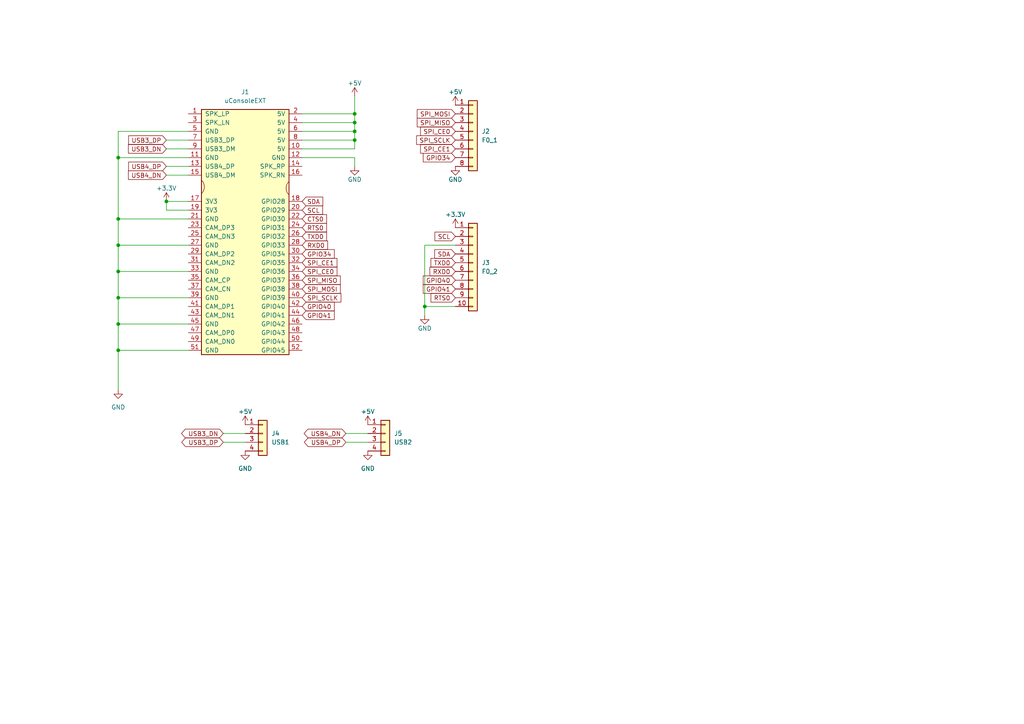
<source format=kicad_sch>
(kicad_sch
	(version 20250114)
	(generator "eeschema")
	(generator_version "9.0")
	(uuid "ea56f06c-def0-4dd8-bf56-8d77a6fe9d2b")
	(paper "A4")
	(lib_symbols
		(symbol "Connector_Generic:Conn_01x04"
			(pin_names
				(offset 1.016)
				(hide yes)
			)
			(exclude_from_sim no)
			(in_bom yes)
			(on_board yes)
			(property "Reference" "J"
				(at 0 5.08 0)
				(effects
					(font
						(size 1.27 1.27)
					)
				)
			)
			(property "Value" "Conn_01x04"
				(at 0 -7.62 0)
				(effects
					(font
						(size 1.27 1.27)
					)
				)
			)
			(property "Footprint" ""
				(at 0 0 0)
				(effects
					(font
						(size 1.27 1.27)
					)
					(hide yes)
				)
			)
			(property "Datasheet" "~"
				(at 0 0 0)
				(effects
					(font
						(size 1.27 1.27)
					)
					(hide yes)
				)
			)
			(property "Description" "Generic connector, single row, 01x04, script generated (kicad-library-utils/schlib/autogen/connector/)"
				(at 0 0 0)
				(effects
					(font
						(size 1.27 1.27)
					)
					(hide yes)
				)
			)
			(property "ki_keywords" "connector"
				(at 0 0 0)
				(effects
					(font
						(size 1.27 1.27)
					)
					(hide yes)
				)
			)
			(property "ki_fp_filters" "Connector*:*_1x??_*"
				(at 0 0 0)
				(effects
					(font
						(size 1.27 1.27)
					)
					(hide yes)
				)
			)
			(symbol "Conn_01x04_1_1"
				(rectangle
					(start -1.27 3.81)
					(end 1.27 -6.35)
					(stroke
						(width 0.254)
						(type default)
					)
					(fill
						(type background)
					)
				)
				(rectangle
					(start -1.27 2.667)
					(end 0 2.413)
					(stroke
						(width 0.1524)
						(type default)
					)
					(fill
						(type none)
					)
				)
				(rectangle
					(start -1.27 0.127)
					(end 0 -0.127)
					(stroke
						(width 0.1524)
						(type default)
					)
					(fill
						(type none)
					)
				)
				(rectangle
					(start -1.27 -2.413)
					(end 0 -2.667)
					(stroke
						(width 0.1524)
						(type default)
					)
					(fill
						(type none)
					)
				)
				(rectangle
					(start -1.27 -4.953)
					(end 0 -5.207)
					(stroke
						(width 0.1524)
						(type default)
					)
					(fill
						(type none)
					)
				)
				(pin passive line
					(at -5.08 2.54 0)
					(length 3.81)
					(name "Pin_1"
						(effects
							(font
								(size 1.27 1.27)
							)
						)
					)
					(number "1"
						(effects
							(font
								(size 1.27 1.27)
							)
						)
					)
				)
				(pin passive line
					(at -5.08 0 0)
					(length 3.81)
					(name "Pin_2"
						(effects
							(font
								(size 1.27 1.27)
							)
						)
					)
					(number "2"
						(effects
							(font
								(size 1.27 1.27)
							)
						)
					)
				)
				(pin passive line
					(at -5.08 -2.54 0)
					(length 3.81)
					(name "Pin_3"
						(effects
							(font
								(size 1.27 1.27)
							)
						)
					)
					(number "3"
						(effects
							(font
								(size 1.27 1.27)
							)
						)
					)
				)
				(pin passive line
					(at -5.08 -5.08 0)
					(length 3.81)
					(name "Pin_4"
						(effects
							(font
								(size 1.27 1.27)
							)
						)
					)
					(number "4"
						(effects
							(font
								(size 1.27 1.27)
							)
						)
					)
				)
			)
			(embedded_fonts no)
		)
		(symbol "Connector_Generic:Conn_01x08"
			(pin_names
				(offset 1.016)
				(hide yes)
			)
			(exclude_from_sim no)
			(in_bom yes)
			(on_board yes)
			(property "Reference" "J"
				(at 0 10.16 0)
				(effects
					(font
						(size 1.27 1.27)
					)
				)
			)
			(property "Value" "Conn_01x08"
				(at 0 -12.7 0)
				(effects
					(font
						(size 1.27 1.27)
					)
				)
			)
			(property "Footprint" ""
				(at 0 0 0)
				(effects
					(font
						(size 1.27 1.27)
					)
					(hide yes)
				)
			)
			(property "Datasheet" "~"
				(at 0 0 0)
				(effects
					(font
						(size 1.27 1.27)
					)
					(hide yes)
				)
			)
			(property "Description" "Generic connector, single row, 01x08, script generated (kicad-library-utils/schlib/autogen/connector/)"
				(at 0 0 0)
				(effects
					(font
						(size 1.27 1.27)
					)
					(hide yes)
				)
			)
			(property "ki_keywords" "connector"
				(at 0 0 0)
				(effects
					(font
						(size 1.27 1.27)
					)
					(hide yes)
				)
			)
			(property "ki_fp_filters" "Connector*:*_1x??_*"
				(at 0 0 0)
				(effects
					(font
						(size 1.27 1.27)
					)
					(hide yes)
				)
			)
			(symbol "Conn_01x08_1_1"
				(rectangle
					(start -1.27 8.89)
					(end 1.27 -11.43)
					(stroke
						(width 0.254)
						(type default)
					)
					(fill
						(type background)
					)
				)
				(rectangle
					(start -1.27 7.747)
					(end 0 7.493)
					(stroke
						(width 0.1524)
						(type default)
					)
					(fill
						(type none)
					)
				)
				(rectangle
					(start -1.27 5.207)
					(end 0 4.953)
					(stroke
						(width 0.1524)
						(type default)
					)
					(fill
						(type none)
					)
				)
				(rectangle
					(start -1.27 2.667)
					(end 0 2.413)
					(stroke
						(width 0.1524)
						(type default)
					)
					(fill
						(type none)
					)
				)
				(rectangle
					(start -1.27 0.127)
					(end 0 -0.127)
					(stroke
						(width 0.1524)
						(type default)
					)
					(fill
						(type none)
					)
				)
				(rectangle
					(start -1.27 -2.413)
					(end 0 -2.667)
					(stroke
						(width 0.1524)
						(type default)
					)
					(fill
						(type none)
					)
				)
				(rectangle
					(start -1.27 -4.953)
					(end 0 -5.207)
					(stroke
						(width 0.1524)
						(type default)
					)
					(fill
						(type none)
					)
				)
				(rectangle
					(start -1.27 -7.493)
					(end 0 -7.747)
					(stroke
						(width 0.1524)
						(type default)
					)
					(fill
						(type none)
					)
				)
				(rectangle
					(start -1.27 -10.033)
					(end 0 -10.287)
					(stroke
						(width 0.1524)
						(type default)
					)
					(fill
						(type none)
					)
				)
				(pin passive line
					(at -5.08 7.62 0)
					(length 3.81)
					(name "Pin_1"
						(effects
							(font
								(size 1.27 1.27)
							)
						)
					)
					(number "1"
						(effects
							(font
								(size 1.27 1.27)
							)
						)
					)
				)
				(pin passive line
					(at -5.08 5.08 0)
					(length 3.81)
					(name "Pin_2"
						(effects
							(font
								(size 1.27 1.27)
							)
						)
					)
					(number "2"
						(effects
							(font
								(size 1.27 1.27)
							)
						)
					)
				)
				(pin passive line
					(at -5.08 2.54 0)
					(length 3.81)
					(name "Pin_3"
						(effects
							(font
								(size 1.27 1.27)
							)
						)
					)
					(number "3"
						(effects
							(font
								(size 1.27 1.27)
							)
						)
					)
				)
				(pin passive line
					(at -5.08 0 0)
					(length 3.81)
					(name "Pin_4"
						(effects
							(font
								(size 1.27 1.27)
							)
						)
					)
					(number "4"
						(effects
							(font
								(size 1.27 1.27)
							)
						)
					)
				)
				(pin passive line
					(at -5.08 -2.54 0)
					(length 3.81)
					(name "Pin_5"
						(effects
							(font
								(size 1.27 1.27)
							)
						)
					)
					(number "5"
						(effects
							(font
								(size 1.27 1.27)
							)
						)
					)
				)
				(pin passive line
					(at -5.08 -5.08 0)
					(length 3.81)
					(name "Pin_6"
						(effects
							(font
								(size 1.27 1.27)
							)
						)
					)
					(number "6"
						(effects
							(font
								(size 1.27 1.27)
							)
						)
					)
				)
				(pin passive line
					(at -5.08 -7.62 0)
					(length 3.81)
					(name "Pin_7"
						(effects
							(font
								(size 1.27 1.27)
							)
						)
					)
					(number "7"
						(effects
							(font
								(size 1.27 1.27)
							)
						)
					)
				)
				(pin passive line
					(at -5.08 -10.16 0)
					(length 3.81)
					(name "Pin_8"
						(effects
							(font
								(size 1.27 1.27)
							)
						)
					)
					(number "8"
						(effects
							(font
								(size 1.27 1.27)
							)
						)
					)
				)
			)
			(embedded_fonts no)
		)
		(symbol "Connector_Generic:Conn_01x10"
			(pin_names
				(offset 1.016)
				(hide yes)
			)
			(exclude_from_sim no)
			(in_bom yes)
			(on_board yes)
			(property "Reference" "J"
				(at 0 12.7 0)
				(effects
					(font
						(size 1.27 1.27)
					)
				)
			)
			(property "Value" "Conn_01x10"
				(at 0 -15.24 0)
				(effects
					(font
						(size 1.27 1.27)
					)
				)
			)
			(property "Footprint" ""
				(at 0 0 0)
				(effects
					(font
						(size 1.27 1.27)
					)
					(hide yes)
				)
			)
			(property "Datasheet" "~"
				(at 0 0 0)
				(effects
					(font
						(size 1.27 1.27)
					)
					(hide yes)
				)
			)
			(property "Description" "Generic connector, single row, 01x10, script generated (kicad-library-utils/schlib/autogen/connector/)"
				(at 0 0 0)
				(effects
					(font
						(size 1.27 1.27)
					)
					(hide yes)
				)
			)
			(property "ki_keywords" "connector"
				(at 0 0 0)
				(effects
					(font
						(size 1.27 1.27)
					)
					(hide yes)
				)
			)
			(property "ki_fp_filters" "Connector*:*_1x??_*"
				(at 0 0 0)
				(effects
					(font
						(size 1.27 1.27)
					)
					(hide yes)
				)
			)
			(symbol "Conn_01x10_1_1"
				(rectangle
					(start -1.27 11.43)
					(end 1.27 -13.97)
					(stroke
						(width 0.254)
						(type default)
					)
					(fill
						(type background)
					)
				)
				(rectangle
					(start -1.27 10.287)
					(end 0 10.033)
					(stroke
						(width 0.1524)
						(type default)
					)
					(fill
						(type none)
					)
				)
				(rectangle
					(start -1.27 7.747)
					(end 0 7.493)
					(stroke
						(width 0.1524)
						(type default)
					)
					(fill
						(type none)
					)
				)
				(rectangle
					(start -1.27 5.207)
					(end 0 4.953)
					(stroke
						(width 0.1524)
						(type default)
					)
					(fill
						(type none)
					)
				)
				(rectangle
					(start -1.27 2.667)
					(end 0 2.413)
					(stroke
						(width 0.1524)
						(type default)
					)
					(fill
						(type none)
					)
				)
				(rectangle
					(start -1.27 0.127)
					(end 0 -0.127)
					(stroke
						(width 0.1524)
						(type default)
					)
					(fill
						(type none)
					)
				)
				(rectangle
					(start -1.27 -2.413)
					(end 0 -2.667)
					(stroke
						(width 0.1524)
						(type default)
					)
					(fill
						(type none)
					)
				)
				(rectangle
					(start -1.27 -4.953)
					(end 0 -5.207)
					(stroke
						(width 0.1524)
						(type default)
					)
					(fill
						(type none)
					)
				)
				(rectangle
					(start -1.27 -7.493)
					(end 0 -7.747)
					(stroke
						(width 0.1524)
						(type default)
					)
					(fill
						(type none)
					)
				)
				(rectangle
					(start -1.27 -10.033)
					(end 0 -10.287)
					(stroke
						(width 0.1524)
						(type default)
					)
					(fill
						(type none)
					)
				)
				(rectangle
					(start -1.27 -12.573)
					(end 0 -12.827)
					(stroke
						(width 0.1524)
						(type default)
					)
					(fill
						(type none)
					)
				)
				(pin passive line
					(at -5.08 10.16 0)
					(length 3.81)
					(name "Pin_1"
						(effects
							(font
								(size 1.27 1.27)
							)
						)
					)
					(number "1"
						(effects
							(font
								(size 1.27 1.27)
							)
						)
					)
				)
				(pin passive line
					(at -5.08 7.62 0)
					(length 3.81)
					(name "Pin_2"
						(effects
							(font
								(size 1.27 1.27)
							)
						)
					)
					(number "2"
						(effects
							(font
								(size 1.27 1.27)
							)
						)
					)
				)
				(pin passive line
					(at -5.08 5.08 0)
					(length 3.81)
					(name "Pin_3"
						(effects
							(font
								(size 1.27 1.27)
							)
						)
					)
					(number "3"
						(effects
							(font
								(size 1.27 1.27)
							)
						)
					)
				)
				(pin passive line
					(at -5.08 2.54 0)
					(length 3.81)
					(name "Pin_4"
						(effects
							(font
								(size 1.27 1.27)
							)
						)
					)
					(number "4"
						(effects
							(font
								(size 1.27 1.27)
							)
						)
					)
				)
				(pin passive line
					(at -5.08 0 0)
					(length 3.81)
					(name "Pin_5"
						(effects
							(font
								(size 1.27 1.27)
							)
						)
					)
					(number "5"
						(effects
							(font
								(size 1.27 1.27)
							)
						)
					)
				)
				(pin passive line
					(at -5.08 -2.54 0)
					(length 3.81)
					(name "Pin_6"
						(effects
							(font
								(size 1.27 1.27)
							)
						)
					)
					(number "6"
						(effects
							(font
								(size 1.27 1.27)
							)
						)
					)
				)
				(pin passive line
					(at -5.08 -5.08 0)
					(length 3.81)
					(name "Pin_7"
						(effects
							(font
								(size 1.27 1.27)
							)
						)
					)
					(number "7"
						(effects
							(font
								(size 1.27 1.27)
							)
						)
					)
				)
				(pin passive line
					(at -5.08 -7.62 0)
					(length 3.81)
					(name "Pin_8"
						(effects
							(font
								(size 1.27 1.27)
							)
						)
					)
					(number "8"
						(effects
							(font
								(size 1.27 1.27)
							)
						)
					)
				)
				(pin passive line
					(at -5.08 -10.16 0)
					(length 3.81)
					(name "Pin_9"
						(effects
							(font
								(size 1.27 1.27)
							)
						)
					)
					(number "9"
						(effects
							(font
								(size 1.27 1.27)
							)
						)
					)
				)
				(pin passive line
					(at -5.08 -12.7 0)
					(length 3.81)
					(name "Pin_10"
						(effects
							(font
								(size 1.27 1.27)
							)
						)
					)
					(number "10"
						(effects
							(font
								(size 1.27 1.27)
							)
						)
					)
				)
			)
			(embedded_fonts no)
		)
		(symbol "power:+3.3V"
			(power)
			(pin_names
				(offset 0)
			)
			(exclude_from_sim no)
			(in_bom yes)
			(on_board yes)
			(property "Reference" "#PWR"
				(at 0 -3.81 0)
				(effects
					(font
						(size 1.27 1.27)
					)
					(hide yes)
				)
			)
			(property "Value" "+3.3V"
				(at 0 3.556 0)
				(effects
					(font
						(size 1.27 1.27)
					)
				)
			)
			(property "Footprint" ""
				(at 0 0 0)
				(effects
					(font
						(size 1.27 1.27)
					)
					(hide yes)
				)
			)
			(property "Datasheet" ""
				(at 0 0 0)
				(effects
					(font
						(size 1.27 1.27)
					)
					(hide yes)
				)
			)
			(property "Description" "Power symbol creates a global label with name \"+3.3V\""
				(at 0 0 0)
				(effects
					(font
						(size 1.27 1.27)
					)
					(hide yes)
				)
			)
			(property "ki_keywords" "global power"
				(at 0 0 0)
				(effects
					(font
						(size 1.27 1.27)
					)
					(hide yes)
				)
			)
			(symbol "+3.3V_0_1"
				(polyline
					(pts
						(xy -0.762 1.27) (xy 0 2.54)
					)
					(stroke
						(width 0)
						(type default)
					)
					(fill
						(type none)
					)
				)
				(polyline
					(pts
						(xy 0 2.54) (xy 0.762 1.27)
					)
					(stroke
						(width 0)
						(type default)
					)
					(fill
						(type none)
					)
				)
				(polyline
					(pts
						(xy 0 0) (xy 0 2.54)
					)
					(stroke
						(width 0)
						(type default)
					)
					(fill
						(type none)
					)
				)
			)
			(symbol "+3.3V_1_1"
				(pin power_in line
					(at 0 0 90)
					(length 0)
					(hide yes)
					(name "+3.3V"
						(effects
							(font
								(size 1.27 1.27)
							)
						)
					)
					(number "1"
						(effects
							(font
								(size 1.27 1.27)
							)
						)
					)
				)
			)
			(embedded_fonts no)
		)
		(symbol "power:+5V"
			(power)
			(pin_names
				(offset 0)
			)
			(exclude_from_sim no)
			(in_bom yes)
			(on_board yes)
			(property "Reference" "#PWR"
				(at 0 -3.81 0)
				(effects
					(font
						(size 1.27 1.27)
					)
					(hide yes)
				)
			)
			(property "Value" "+5V"
				(at 0 3.556 0)
				(effects
					(font
						(size 1.27 1.27)
					)
				)
			)
			(property "Footprint" ""
				(at 0 0 0)
				(effects
					(font
						(size 1.27 1.27)
					)
					(hide yes)
				)
			)
			(property "Datasheet" ""
				(at 0 0 0)
				(effects
					(font
						(size 1.27 1.27)
					)
					(hide yes)
				)
			)
			(property "Description" "Power symbol creates a global label with name \"+5V\""
				(at 0 0 0)
				(effects
					(font
						(size 1.27 1.27)
					)
					(hide yes)
				)
			)
			(property "ki_keywords" "global power"
				(at 0 0 0)
				(effects
					(font
						(size 1.27 1.27)
					)
					(hide yes)
				)
			)
			(symbol "+5V_0_1"
				(polyline
					(pts
						(xy -0.762 1.27) (xy 0 2.54)
					)
					(stroke
						(width 0)
						(type default)
					)
					(fill
						(type none)
					)
				)
				(polyline
					(pts
						(xy 0 2.54) (xy 0.762 1.27)
					)
					(stroke
						(width 0)
						(type default)
					)
					(fill
						(type none)
					)
				)
				(polyline
					(pts
						(xy 0 0) (xy 0 2.54)
					)
					(stroke
						(width 0)
						(type default)
					)
					(fill
						(type none)
					)
				)
			)
			(symbol "+5V_1_1"
				(pin power_in line
					(at 0 0 90)
					(length 0)
					(hide yes)
					(name "+5V"
						(effects
							(font
								(size 1.27 1.27)
							)
						)
					)
					(number "1"
						(effects
							(font
								(size 1.27 1.27)
							)
						)
					)
				)
			)
			(embedded_fonts no)
		)
		(symbol "power:GND"
			(power)
			(pin_names
				(offset 0)
			)
			(exclude_from_sim no)
			(in_bom yes)
			(on_board yes)
			(property "Reference" "#PWR"
				(at 0 -6.35 0)
				(effects
					(font
						(size 1.27 1.27)
					)
					(hide yes)
				)
			)
			(property "Value" "GND"
				(at 0 -3.81 0)
				(effects
					(font
						(size 1.27 1.27)
					)
				)
			)
			(property "Footprint" ""
				(at 0 0 0)
				(effects
					(font
						(size 1.27 1.27)
					)
					(hide yes)
				)
			)
			(property "Datasheet" ""
				(at 0 0 0)
				(effects
					(font
						(size 1.27 1.27)
					)
					(hide yes)
				)
			)
			(property "Description" "Power symbol creates a global label with name \"GND\" , ground"
				(at 0 0 0)
				(effects
					(font
						(size 1.27 1.27)
					)
					(hide yes)
				)
			)
			(property "ki_keywords" "global power"
				(at 0 0 0)
				(effects
					(font
						(size 1.27 1.27)
					)
					(hide yes)
				)
			)
			(symbol "GND_0_1"
				(polyline
					(pts
						(xy 0 0) (xy 0 -1.27) (xy 1.27 -1.27) (xy 0 -2.54) (xy -1.27 -1.27) (xy 0 -1.27)
					)
					(stroke
						(width 0)
						(type default)
					)
					(fill
						(type none)
					)
				)
			)
			(symbol "GND_1_1"
				(pin power_in line
					(at 0 0 270)
					(length 0)
					(hide yes)
					(name "GND"
						(effects
							(font
								(size 1.27 1.27)
							)
						)
					)
					(number "1"
						(effects
							(font
								(size 1.27 1.27)
							)
						)
					)
				)
			)
			(embedded_fonts no)
		)
		(symbol "upico:uConsoleExt"
			(pin_names
				(offset 1.016)
			)
			(exclude_from_sim no)
			(in_bom yes)
			(on_board yes)
			(property "Reference" "J"
				(at 1.27 33.02 0)
				(effects
					(font
						(size 1.27 1.27)
					)
				)
			)
			(property "Value" "uConsoleEXT"
				(at 1.27 -41.91 0)
				(effects
					(font
						(size 1.27 1.27)
					)
				)
			)
			(property "Footprint" "@upico:ext"
				(at 1.27 -44.45 0)
				(effects
					(font
						(size 1.27 1.27)
					)
					(hide yes)
				)
			)
			(property "Datasheet" "~"
				(at 0 0 0)
				(effects
					(font
						(size 1.27 1.27)
					)
					(hide yes)
				)
			)
			(property "Description" ""
				(at 0 0 0)
				(effects
					(font
						(size 1.27 1.27)
					)
					(hide yes)
				)
			)
			(property "ki_keywords" "mini PCI-E"
				(at 0 0 0)
				(effects
					(font
						(size 1.27 1.27)
					)
					(hide yes)
				)
			)
			(property "ki_fp_filters" "Connector*:*_2x??_*"
				(at 0 0 0)
				(effects
					(font
						(size 1.27 1.27)
					)
					(hide yes)
				)
			)
			(symbol "uConsoleExt_0_1"
				(arc
					(start -11.3793 11.2077)
					(mid -10.5902 9.3027)
					(end -11.3793 7.3977)
					(stroke
						(width 0)
						(type default)
					)
					(fill
						(type none)
					)
				)
				(arc
					(start 13.9259 7.0053)
					(mid 13.1368 8.9102)
					(end 13.9259 10.8153)
					(stroke
						(width 0)
						(type default)
					)
					(fill
						(type none)
					)
				)
			)
			(symbol "uConsoleExt_1_1"
				(rectangle
					(start -11.43 31.75)
					(end 13.97 -39.37)
					(stroke
						(width 0.254)
						(type default)
					)
					(fill
						(type background)
					)
				)
				(pin passive line
					(at -15.24 30.48 0)
					(length 3.81)
					(name "SPK_LP"
						(effects
							(font
								(size 1.27 1.27)
							)
						)
					)
					(number "1"
						(effects
							(font
								(size 1.27 1.27)
							)
						)
					)
				)
				(pin passive line
					(at -15.24 27.94 0)
					(length 3.81)
					(name "SPK_LN"
						(effects
							(font
								(size 1.27 1.27)
							)
						)
					)
					(number "3"
						(effects
							(font
								(size 1.27 1.27)
							)
						)
					)
				)
				(pin passive line
					(at -15.24 25.4 0)
					(length 3.81)
					(name "GND"
						(effects
							(font
								(size 1.27 1.27)
							)
						)
					)
					(number "5"
						(effects
							(font
								(size 1.27 1.27)
							)
						)
					)
				)
				(pin passive line
					(at -15.24 22.86 0)
					(length 3.81)
					(name "USB3_DP"
						(effects
							(font
								(size 1.27 1.27)
							)
						)
					)
					(number "7"
						(effects
							(font
								(size 1.27 1.27)
							)
						)
					)
				)
				(pin passive line
					(at -15.24 20.32 0)
					(length 3.81)
					(name "USB3_DM"
						(effects
							(font
								(size 1.27 1.27)
							)
						)
					)
					(number "9"
						(effects
							(font
								(size 1.27 1.27)
							)
						)
					)
				)
				(pin passive line
					(at -15.24 17.78 0)
					(length 3.81)
					(name "GND"
						(effects
							(font
								(size 1.27 1.27)
							)
						)
					)
					(number "11"
						(effects
							(font
								(size 1.27 1.27)
							)
						)
					)
				)
				(pin passive line
					(at -15.24 15.24 0)
					(length 3.81)
					(name "USB4_DP"
						(effects
							(font
								(size 1.27 1.27)
							)
						)
					)
					(number "13"
						(effects
							(font
								(size 1.27 1.27)
							)
						)
					)
				)
				(pin passive line
					(at -15.24 12.7 0)
					(length 3.81)
					(name "USB4_DM"
						(effects
							(font
								(size 1.27 1.27)
							)
						)
					)
					(number "15"
						(effects
							(font
								(size 1.27 1.27)
							)
						)
					)
				)
				(pin power_in line
					(at -15.24 5.08 0)
					(length 3.81)
					(name "3V3"
						(effects
							(font
								(size 1.27 1.27)
							)
						)
					)
					(number "17"
						(effects
							(font
								(size 1.27 1.27)
							)
						)
					)
				)
				(pin power_in line
					(at -15.24 2.54 0)
					(length 3.81)
					(name "3V3"
						(effects
							(font
								(size 1.27 1.27)
							)
						)
					)
					(number "19"
						(effects
							(font
								(size 1.27 1.27)
							)
						)
					)
				)
				(pin passive line
					(at -15.24 0 0)
					(length 3.81)
					(name "GND"
						(effects
							(font
								(size 1.27 1.27)
							)
						)
					)
					(number "21"
						(effects
							(font
								(size 1.27 1.27)
							)
						)
					)
				)
				(pin passive line
					(at -15.24 -2.54 0)
					(length 3.81)
					(name "CAM_DP3"
						(effects
							(font
								(size 1.27 1.27)
							)
						)
					)
					(number "23"
						(effects
							(font
								(size 1.27 1.27)
							)
						)
					)
				)
				(pin passive line
					(at -15.24 -5.08 0)
					(length 3.81)
					(name "CAM_DN3"
						(effects
							(font
								(size 1.27 1.27)
							)
						)
					)
					(number "25"
						(effects
							(font
								(size 1.27 1.27)
							)
						)
					)
				)
				(pin passive line
					(at -15.24 -7.62 0)
					(length 3.81)
					(name "GND"
						(effects
							(font
								(size 1.27 1.27)
							)
						)
					)
					(number "27"
						(effects
							(font
								(size 1.27 1.27)
							)
						)
					)
				)
				(pin passive line
					(at -15.24 -10.16 0)
					(length 3.81)
					(name "CAM_DP2"
						(effects
							(font
								(size 1.27 1.27)
							)
						)
					)
					(number "29"
						(effects
							(font
								(size 1.27 1.27)
							)
						)
					)
				)
				(pin passive line
					(at -15.24 -12.7 0)
					(length 3.81)
					(name "CAM_DN2"
						(effects
							(font
								(size 1.27 1.27)
							)
						)
					)
					(number "31"
						(effects
							(font
								(size 1.27 1.27)
							)
						)
					)
				)
				(pin passive line
					(at -15.24 -15.24 0)
					(length 3.81)
					(name "GND"
						(effects
							(font
								(size 1.27 1.27)
							)
						)
					)
					(number "33"
						(effects
							(font
								(size 1.27 1.27)
							)
						)
					)
				)
				(pin passive line
					(at -15.24 -17.78 0)
					(length 3.81)
					(name "CAM_CP"
						(effects
							(font
								(size 1.27 1.27)
							)
						)
					)
					(number "35"
						(effects
							(font
								(size 1.27 1.27)
							)
						)
					)
				)
				(pin passive line
					(at -15.24 -20.32 0)
					(length 3.81)
					(name "CAM_CN"
						(effects
							(font
								(size 1.27 1.27)
							)
						)
					)
					(number "37"
						(effects
							(font
								(size 1.27 1.27)
							)
						)
					)
				)
				(pin passive line
					(at -15.24 -22.86 0)
					(length 3.81)
					(name "GND"
						(effects
							(font
								(size 1.27 1.27)
							)
						)
					)
					(number "39"
						(effects
							(font
								(size 1.27 1.27)
							)
						)
					)
				)
				(pin passive line
					(at -15.24 -25.4 0)
					(length 3.81)
					(name "CAM_DP1"
						(effects
							(font
								(size 1.27 1.27)
							)
						)
					)
					(number "41"
						(effects
							(font
								(size 1.27 1.27)
							)
						)
					)
				)
				(pin passive line
					(at -15.24 -27.94 0)
					(length 3.81)
					(name "CAM_DN1"
						(effects
							(font
								(size 1.27 1.27)
							)
						)
					)
					(number "43"
						(effects
							(font
								(size 1.27 1.27)
							)
						)
					)
				)
				(pin passive line
					(at -15.24 -30.48 0)
					(length 3.81)
					(name "GND"
						(effects
							(font
								(size 1.27 1.27)
							)
						)
					)
					(number "45"
						(effects
							(font
								(size 1.27 1.27)
							)
						)
					)
				)
				(pin passive line
					(at -15.24 -33.02 0)
					(length 3.81)
					(name "CAM_DP0"
						(effects
							(font
								(size 1.27 1.27)
							)
						)
					)
					(number "47"
						(effects
							(font
								(size 1.27 1.27)
							)
						)
					)
				)
				(pin passive line
					(at -15.24 -35.56 0)
					(length 3.81)
					(name "CAM_DN0"
						(effects
							(font
								(size 1.27 1.27)
							)
						)
					)
					(number "49"
						(effects
							(font
								(size 1.27 1.27)
							)
						)
					)
				)
				(pin passive line
					(at -15.24 -38.1 0)
					(length 3.81)
					(name "GND"
						(effects
							(font
								(size 1.27 1.27)
							)
						)
					)
					(number "51"
						(effects
							(font
								(size 1.27 1.27)
							)
						)
					)
				)
				(pin power_in line
					(at 17.78 30.48 180)
					(length 3.81)
					(name "5V"
						(effects
							(font
								(size 1.27 1.27)
							)
						)
					)
					(number "2"
						(effects
							(font
								(size 1.27 1.27)
							)
						)
					)
				)
				(pin power_in line
					(at 17.78 27.94 180)
					(length 3.81)
					(name "5V"
						(effects
							(font
								(size 1.27 1.27)
							)
						)
					)
					(number "4"
						(effects
							(font
								(size 1.27 1.27)
							)
						)
					)
				)
				(pin power_in line
					(at 17.78 25.4 180)
					(length 3.81)
					(name "5V"
						(effects
							(font
								(size 1.27 1.27)
							)
						)
					)
					(number "6"
						(effects
							(font
								(size 1.27 1.27)
							)
						)
					)
				)
				(pin power_in line
					(at 17.78 22.86 180)
					(length 3.81)
					(name "5V"
						(effects
							(font
								(size 1.27 1.27)
							)
						)
					)
					(number "8"
						(effects
							(font
								(size 1.27 1.27)
							)
						)
					)
				)
				(pin power_in line
					(at 17.78 20.32 180)
					(length 3.81)
					(name "5V"
						(effects
							(font
								(size 1.27 1.27)
							)
						)
					)
					(number "10"
						(effects
							(font
								(size 1.27 1.27)
							)
						)
					)
				)
				(pin power_in line
					(at 17.78 17.78 180)
					(length 3.81)
					(name "GND"
						(effects
							(font
								(size 1.27 1.27)
							)
						)
					)
					(number "12"
						(effects
							(font
								(size 1.27 1.27)
							)
						)
					)
				)
				(pin passive line
					(at 17.78 15.24 180)
					(length 3.81)
					(name "SPK_RP"
						(effects
							(font
								(size 1.27 1.27)
							)
						)
					)
					(number "14"
						(effects
							(font
								(size 1.27 1.27)
							)
						)
					)
				)
				(pin passive line
					(at 17.78 12.7 180)
					(length 3.81)
					(name "SPK_RN"
						(effects
							(font
								(size 1.27 1.27)
							)
						)
					)
					(number "16"
						(effects
							(font
								(size 1.27 1.27)
							)
						)
					)
				)
				(pin passive line
					(at 17.78 5.08 180)
					(length 3.81)
					(name "GPIO28"
						(effects
							(font
								(size 1.27 1.27)
							)
						)
					)
					(number "18"
						(effects
							(font
								(size 1.27 1.27)
							)
						)
					)
				)
				(pin passive line
					(at 17.78 2.54 180)
					(length 3.81)
					(name "GPIO29"
						(effects
							(font
								(size 1.27 1.27)
							)
						)
					)
					(number "20"
						(effects
							(font
								(size 1.27 1.27)
							)
						)
					)
				)
				(pin passive line
					(at 17.78 0 180)
					(length 3.81)
					(name "GPIO30"
						(effects
							(font
								(size 1.27 1.27)
							)
						)
					)
					(number "22"
						(effects
							(font
								(size 1.27 1.27)
							)
						)
					)
				)
				(pin passive line
					(at 17.78 -2.54 180)
					(length 3.81)
					(name "GPIO31"
						(effects
							(font
								(size 1.27 1.27)
							)
						)
					)
					(number "24"
						(effects
							(font
								(size 1.27 1.27)
							)
						)
					)
				)
				(pin passive line
					(at 17.78 -5.08 180)
					(length 3.81)
					(name "GPIO32"
						(effects
							(font
								(size 1.27 1.27)
							)
						)
					)
					(number "26"
						(effects
							(font
								(size 1.27 1.27)
							)
						)
					)
				)
				(pin passive line
					(at 17.78 -7.62 180)
					(length 3.81)
					(name "GPIO33"
						(effects
							(font
								(size 1.27 1.27)
							)
						)
					)
					(number "28"
						(effects
							(font
								(size 1.27 1.27)
							)
						)
					)
				)
				(pin passive line
					(at 17.78 -10.16 180)
					(length 3.81)
					(name "GPIO34"
						(effects
							(font
								(size 1.27 1.27)
							)
						)
					)
					(number "30"
						(effects
							(font
								(size 1.27 1.27)
							)
						)
					)
				)
				(pin passive line
					(at 17.78 -12.7 180)
					(length 3.81)
					(name "GPIO35"
						(effects
							(font
								(size 1.27 1.27)
							)
						)
					)
					(number "32"
						(effects
							(font
								(size 1.27 1.27)
							)
						)
					)
				)
				(pin passive line
					(at 17.78 -15.24 180)
					(length 3.81)
					(name "GPIO36"
						(effects
							(font
								(size 1.27 1.27)
							)
						)
					)
					(number "34"
						(effects
							(font
								(size 1.27 1.27)
							)
						)
					)
				)
				(pin passive line
					(at 17.78 -17.78 180)
					(length 3.81)
					(name "GPIO37"
						(effects
							(font
								(size 1.27 1.27)
							)
						)
					)
					(number "36"
						(effects
							(font
								(size 1.27 1.27)
							)
						)
					)
				)
				(pin passive line
					(at 17.78 -20.32 180)
					(length 3.81)
					(name "GPIO38"
						(effects
							(font
								(size 1.27 1.27)
							)
						)
					)
					(number "38"
						(effects
							(font
								(size 1.27 1.27)
							)
						)
					)
				)
				(pin passive line
					(at 17.78 -22.86 180)
					(length 3.81)
					(name "GPIO39"
						(effects
							(font
								(size 1.27 1.27)
							)
						)
					)
					(number "40"
						(effects
							(font
								(size 1.27 1.27)
							)
						)
					)
				)
				(pin passive line
					(at 17.78 -25.4 180)
					(length 3.81)
					(name "GPIO40"
						(effects
							(font
								(size 1.27 1.27)
							)
						)
					)
					(number "42"
						(effects
							(font
								(size 1.27 1.27)
							)
						)
					)
				)
				(pin passive line
					(at 17.78 -27.94 180)
					(length 3.81)
					(name "GPIO41"
						(effects
							(font
								(size 1.27 1.27)
							)
						)
					)
					(number "44"
						(effects
							(font
								(size 1.27 1.27)
							)
						)
					)
				)
				(pin passive line
					(at 17.78 -30.48 180)
					(length 3.81)
					(name "GPIO42"
						(effects
							(font
								(size 1.27 1.27)
							)
						)
					)
					(number "46"
						(effects
							(font
								(size 1.27 1.27)
							)
						)
					)
				)
				(pin passive line
					(at 17.78 -33.02 180)
					(length 3.81)
					(name "GPIO43"
						(effects
							(font
								(size 1.27 1.27)
							)
						)
					)
					(number "48"
						(effects
							(font
								(size 1.27 1.27)
							)
						)
					)
				)
				(pin passive line
					(at 17.78 -35.56 180)
					(length 3.81)
					(name "GPIO44"
						(effects
							(font
								(size 1.27 1.27)
							)
						)
					)
					(number "50"
						(effects
							(font
								(size 1.27 1.27)
							)
						)
					)
				)
				(pin passive line
					(at 17.78 -38.1 180)
					(length 3.81)
					(name "GPIO45"
						(effects
							(font
								(size 1.27 1.27)
							)
						)
					)
					(number "52"
						(effects
							(font
								(size 1.27 1.27)
							)
						)
					)
				)
			)
			(embedded_fonts no)
		)
	)
	(junction
		(at 34.29 93.98)
		(diameter 0)
		(color 0 0 0 0)
		(uuid "075cfa98-2ba4-473d-814b-aadd8162a856")
	)
	(junction
		(at 102.87 40.64)
		(diameter 0)
		(color 0 0 0 0)
		(uuid "1143c7a2-1892-4e7d-ad8e-089536b797ea")
	)
	(junction
		(at 34.29 78.74)
		(diameter 0)
		(color 0 0 0 0)
		(uuid "3c7c20d4-a42e-47a5-a77b-d0a1c7fc3419")
	)
	(junction
		(at 102.87 33.02)
		(diameter 0)
		(color 0 0 0 0)
		(uuid "50e3de4b-fb19-4d25-834b-4755d8d83d4b")
	)
	(junction
		(at 34.29 63.5)
		(diameter 0)
		(color 0 0 0 0)
		(uuid "52805a5e-2598-42ad-b0f1-f7f417182005")
	)
	(junction
		(at 102.87 38.1)
		(diameter 0)
		(color 0 0 0 0)
		(uuid "5c1197cf-6116-457f-a12e-d2794cbbe367")
	)
	(junction
		(at 34.29 45.72)
		(diameter 0)
		(color 0 0 0 0)
		(uuid "7f11ad0c-41c8-493b-b970-c1df5df778ed")
	)
	(junction
		(at 34.29 86.36)
		(diameter 0)
		(color 0 0 0 0)
		(uuid "8bdd42b6-37ff-435b-b4a9-931bfc636ed6")
	)
	(junction
		(at 34.29 101.6)
		(diameter 0)
		(color 0 0 0 0)
		(uuid "ada4e872-2f48-44df-ab09-69878df1b9f4")
	)
	(junction
		(at 48.26 58.42)
		(diameter 0)
		(color 0 0 0 0)
		(uuid "d6231c23-1f2e-49ca-99fe-a31ea8d669bc")
	)
	(junction
		(at 34.29 71.12)
		(diameter 0)
		(color 0 0 0 0)
		(uuid "d6f45e28-f4af-4332-bccd-565463d104b1")
	)
	(junction
		(at 123.19 88.9)
		(diameter 0)
		(color 0 0 0 0)
		(uuid "dfc3c185-f809-41dc-8491-b65c108b34c3")
	)
	(junction
		(at 102.87 35.56)
		(diameter 0)
		(color 0 0 0 0)
		(uuid "e07baebc-9189-4859-9579-5cc556abe323")
	)
	(wire
		(pts
			(xy 48.26 48.26) (xy 54.61 48.26)
		)
		(stroke
			(width 0)
			(type default)
		)
		(uuid "10bc5c46-a628-45ef-8e18-047509525689")
	)
	(wire
		(pts
			(xy 87.63 43.18) (xy 102.87 43.18)
		)
		(stroke
			(width 0)
			(type default)
		)
		(uuid "1698e00c-7339-40fc-9ce2-5bf2f7f2dcb9")
	)
	(wire
		(pts
			(xy 48.26 43.18) (xy 54.61 43.18)
		)
		(stroke
			(width 0)
			(type default)
		)
		(uuid "1a8a61e6-4a39-4fbf-b4ab-5c3cb25ac932")
	)
	(wire
		(pts
			(xy 48.26 50.8) (xy 54.61 50.8)
		)
		(stroke
			(width 0)
			(type default)
		)
		(uuid "1ed14c37-8ae8-4424-82e3-5d678f899e9f")
	)
	(wire
		(pts
			(xy 34.29 86.36) (xy 54.61 86.36)
		)
		(stroke
			(width 0)
			(type default)
		)
		(uuid "20ab6fc1-1991-4eb2-abf3-8194a331ed14")
	)
	(wire
		(pts
			(xy 87.63 45.72) (xy 102.87 45.72)
		)
		(stroke
			(width 0)
			(type default)
		)
		(uuid "22dab0d8-d732-4f79-bd81-0376e3e8335e")
	)
	(wire
		(pts
			(xy 34.29 93.98) (xy 54.61 93.98)
		)
		(stroke
			(width 0)
			(type default)
		)
		(uuid "25471f84-2ab2-43ab-8b15-c6d96da74a78")
	)
	(wire
		(pts
			(xy 34.29 38.1) (xy 54.61 38.1)
		)
		(stroke
			(width 0)
			(type default)
		)
		(uuid "29e9832d-5891-4d49-8e94-6e93670b5874")
	)
	(wire
		(pts
			(xy 87.63 38.1) (xy 102.87 38.1)
		)
		(stroke
			(width 0)
			(type default)
		)
		(uuid "2b46fca4-e12b-4755-868c-171555ca83f2")
	)
	(wire
		(pts
			(xy 123.19 71.12) (xy 132.08 71.12)
		)
		(stroke
			(width 0)
			(type default)
		)
		(uuid "321d9add-056e-4562-96af-c1c8d314465a")
	)
	(wire
		(pts
			(xy 102.87 38.1) (xy 102.87 40.64)
		)
		(stroke
			(width 0)
			(type default)
		)
		(uuid "3266ae0e-5298-434a-ad5e-2527795f6991")
	)
	(wire
		(pts
			(xy 34.29 86.36) (xy 34.29 93.98)
		)
		(stroke
			(width 0)
			(type default)
		)
		(uuid "326f00d7-b1cd-43d3-b394-5d0fb659615c")
	)
	(wire
		(pts
			(xy 34.29 93.98) (xy 34.29 101.6)
		)
		(stroke
			(width 0)
			(type default)
		)
		(uuid "35ba538a-942b-4acf-9d9b-1be4d53ae076")
	)
	(wire
		(pts
			(xy 34.29 101.6) (xy 34.29 113.03)
		)
		(stroke
			(width 0)
			(type default)
		)
		(uuid "3f1027a5-fbe2-44a5-a656-7dcde1d9979f")
	)
	(wire
		(pts
			(xy 34.29 63.5) (xy 34.29 71.12)
		)
		(stroke
			(width 0)
			(type default)
		)
		(uuid "4ed5519f-df17-4268-b913-dd25c62a1e30")
	)
	(wire
		(pts
			(xy 34.29 63.5) (xy 54.61 63.5)
		)
		(stroke
			(width 0)
			(type default)
		)
		(uuid "5309d34f-cad5-4a1e-b58d-6d4ae3167a2e")
	)
	(wire
		(pts
			(xy 123.19 88.9) (xy 132.08 88.9)
		)
		(stroke
			(width 0)
			(type default)
		)
		(uuid "5b0f299a-b047-48c8-88cb-cb3d25b02dec")
	)
	(wire
		(pts
			(xy 34.29 78.74) (xy 34.29 86.36)
		)
		(stroke
			(width 0)
			(type default)
		)
		(uuid "6ce218e7-c75f-4388-92a2-296769e25a46")
	)
	(wire
		(pts
			(xy 123.19 71.12) (xy 123.19 88.9)
		)
		(stroke
			(width 0)
			(type default)
		)
		(uuid "6e937b5d-d58a-46a9-b29b-337cd21637d7")
	)
	(wire
		(pts
			(xy 34.29 71.12) (xy 54.61 71.12)
		)
		(stroke
			(width 0)
			(type default)
		)
		(uuid "751e2cb4-0544-4bb3-a87a-e85f4ac55666")
	)
	(wire
		(pts
			(xy 34.29 71.12) (xy 34.29 78.74)
		)
		(stroke
			(width 0)
			(type default)
		)
		(uuid "7bf06d06-3a8d-45a0-8a9c-60dad5b8856c")
	)
	(wire
		(pts
			(xy 87.63 40.64) (xy 102.87 40.64)
		)
		(stroke
			(width 0)
			(type default)
		)
		(uuid "7d671c1d-778b-4777-be78-6867ef079cfb")
	)
	(wire
		(pts
			(xy 48.26 60.96) (xy 54.61 60.96)
		)
		(stroke
			(width 0)
			(type default)
		)
		(uuid "7dbbfa14-16a5-4d2c-ad51-249dd6069ac3")
	)
	(wire
		(pts
			(xy 48.26 58.42) (xy 48.26 60.96)
		)
		(stroke
			(width 0)
			(type default)
		)
		(uuid "80ef3cf6-eaf0-49e7-b9ec-79380e734581")
	)
	(wire
		(pts
			(xy 64.77 128.27) (xy 71.12 128.27)
		)
		(stroke
			(width 0)
			(type default)
		)
		(uuid "866f4e2c-bcbc-4d99-b44d-2925c107caa5")
	)
	(wire
		(pts
			(xy 102.87 33.02) (xy 102.87 35.56)
		)
		(stroke
			(width 0)
			(type default)
		)
		(uuid "868cbccc-176d-4af6-81a0-bdda5f99ec86")
	)
	(wire
		(pts
			(xy 48.26 40.64) (xy 54.61 40.64)
		)
		(stroke
			(width 0)
			(type default)
		)
		(uuid "8af1fce8-40a5-49e0-b7d0-ece4529b1068")
	)
	(wire
		(pts
			(xy 34.29 78.74) (xy 54.61 78.74)
		)
		(stroke
			(width 0)
			(type default)
		)
		(uuid "9295cf19-a87e-4512-a1cd-1b8205bcd3bb")
	)
	(wire
		(pts
			(xy 100.33 128.27) (xy 106.68 128.27)
		)
		(stroke
			(width 0)
			(type default)
		)
		(uuid "9ba355a1-afcb-4df1-9bda-6585a1f428a4")
	)
	(wire
		(pts
			(xy 123.19 88.9) (xy 123.19 91.44)
		)
		(stroke
			(width 0)
			(type default)
		)
		(uuid "9cb9cb58-f21d-4435-b079-11f7c15a7dfd")
	)
	(wire
		(pts
			(xy 64.77 125.73) (xy 71.12 125.73)
		)
		(stroke
			(width 0)
			(type default)
		)
		(uuid "a72e07c8-5764-4e0f-a219-389d41f19ec3")
	)
	(wire
		(pts
			(xy 54.61 58.42) (xy 48.26 58.42)
		)
		(stroke
			(width 0)
			(type default)
		)
		(uuid "ab22eb7a-e3f7-4e86-9caf-35bd9a047f01")
	)
	(wire
		(pts
			(xy 34.29 38.1) (xy 34.29 45.72)
		)
		(stroke
			(width 0)
			(type default)
		)
		(uuid "acbe3420-32fb-4dc7-92e3-d7f673a73c06")
	)
	(wire
		(pts
			(xy 102.87 43.18) (xy 102.87 40.64)
		)
		(stroke
			(width 0)
			(type default)
		)
		(uuid "ade2c4b7-6ccf-41f8-8a5a-436bd89664c6")
	)
	(wire
		(pts
			(xy 102.87 45.72) (xy 102.87 48.26)
		)
		(stroke
			(width 0)
			(type default)
		)
		(uuid "ae611268-e2e8-4c11-9103-d1c3eb46d256")
	)
	(wire
		(pts
			(xy 100.33 125.73) (xy 106.68 125.73)
		)
		(stroke
			(width 0)
			(type default)
		)
		(uuid "b6305cee-f859-4664-8d97-0b722490f12a")
	)
	(wire
		(pts
			(xy 34.29 45.72) (xy 54.61 45.72)
		)
		(stroke
			(width 0)
			(type default)
		)
		(uuid "b7cad4d7-a1aa-4458-8f19-de8aea81cca3")
	)
	(wire
		(pts
			(xy 102.87 35.56) (xy 102.87 38.1)
		)
		(stroke
			(width 0)
			(type default)
		)
		(uuid "b904aa79-8212-4b8a-88a1-765e4ea1426f")
	)
	(wire
		(pts
			(xy 34.29 101.6) (xy 54.61 101.6)
		)
		(stroke
			(width 0)
			(type default)
		)
		(uuid "dabe47f1-83c5-4984-8b0b-89fed473283c")
	)
	(wire
		(pts
			(xy 87.63 35.56) (xy 102.87 35.56)
		)
		(stroke
			(width 0)
			(type default)
		)
		(uuid "e6d2be59-f1ac-482e-b7b2-6b41de7cb72c")
	)
	(wire
		(pts
			(xy 102.87 27.94) (xy 102.87 33.02)
		)
		(stroke
			(width 0)
			(type default)
		)
		(uuid "f1aee2d2-5b3b-4231-bb25-3512138bed5c")
	)
	(wire
		(pts
			(xy 87.63 33.02) (xy 102.87 33.02)
		)
		(stroke
			(width 0)
			(type default)
		)
		(uuid "f5e40c82-9b70-4b14-8623-0aaebbd87002")
	)
	(wire
		(pts
			(xy 34.29 45.72) (xy 34.29 63.5)
		)
		(stroke
			(width 0)
			(type default)
		)
		(uuid "fb2c5ecd-7193-45c9-9340-75dc831cd7f0")
	)
	(global_label "USB3_DN"
		(shape input)
		(at 48.26 43.18 180)
		(fields_autoplaced yes)
		(effects
			(font
				(size 1.27 1.27)
			)
			(justify right)
		)
		(uuid "10588ddc-a327-4ada-ae7e-cf39178a9f85")
		(property "Intersheetrefs" "${INTERSHEET_REFS}"
			(at 36.6872 43.18 0)
			(effects
				(font
					(size 1.27 1.27)
				)
				(justify right)
				(hide yes)
			)
		)
	)
	(global_label "GPIO34"
		(shape input)
		(at 132.08 45.72 180)
		(fields_autoplaced yes)
		(effects
			(font
				(size 1.27 1.27)
			)
			(justify right)
		)
		(uuid "1d178a88-e4d1-4c90-b4f7-f93cbead7394")
		(property "Intersheetrefs" "${INTERSHEET_REFS}"
			(at 122.2005 45.72 0)
			(effects
				(font
					(size 1.27 1.27)
				)
				(justify right)
				(hide yes)
			)
		)
	)
	(global_label "USB3_DP"
		(shape bidirectional)
		(at 64.77 128.27 180)
		(fields_autoplaced yes)
		(effects
			(font
				(size 1.27 1.27)
			)
			(justify right)
		)
		(uuid "248146f6-23b6-4889-88d6-bfb3f2562ca5")
		(property "Intersheetrefs" "${INTERSHEET_REFS}"
			(at 52.1464 128.27 0)
			(effects
				(font
					(size 1.27 1.27)
				)
				(justify right)
				(hide yes)
			)
		)
	)
	(global_label "RXD0"
		(shape input)
		(at 87.63 71.12 0)
		(fields_autoplaced yes)
		(effects
			(font
				(size 1.27 1.27)
			)
			(justify left)
		)
		(uuid "25e88c83-2589-46da-974f-0e53a96ee363")
		(property "Intersheetrefs" "${INTERSHEET_REFS}"
			(at 95.5742 71.12 0)
			(effects
				(font
					(size 1.27 1.27)
				)
				(justify left)
				(hide yes)
			)
		)
	)
	(global_label "TXD0"
		(shape input)
		(at 132.08 76.2 180)
		(fields_autoplaced yes)
		(effects
			(font
				(size 1.27 1.27)
			)
			(justify right)
		)
		(uuid "2be57e8e-6c47-4493-aa9e-0aee3ecb8adf")
		(property "Intersheetrefs" "${INTERSHEET_REFS}"
			(at 124.4382 76.2 0)
			(effects
				(font
					(size 1.27 1.27)
				)
				(justify right)
				(hide yes)
			)
		)
	)
	(global_label "USB4_DP"
		(shape bidirectional)
		(at 100.33 128.27 180)
		(fields_autoplaced yes)
		(effects
			(font
				(size 1.27 1.27)
			)
			(justify right)
		)
		(uuid "31910517-3445-41dc-bf74-96582d99403f")
		(property "Intersheetrefs" "${INTERSHEET_REFS}"
			(at 87.7064 128.27 0)
			(effects
				(font
					(size 1.27 1.27)
				)
				(justify right)
				(hide yes)
			)
		)
	)
	(global_label "SPI_CE1"
		(shape input)
		(at 132.08 43.18 180)
		(fields_autoplaced yes)
		(effects
			(font
				(size 1.27 1.27)
			)
			(justify right)
		)
		(uuid "36aa7442-abb9-458c-8ff5-ee643046c154")
		(property "Intersheetrefs" "${INTERSHEET_REFS}"
			(at 121.4144 43.18 0)
			(effects
				(font
					(size 1.27 1.27)
				)
				(justify right)
				(hide yes)
			)
		)
	)
	(global_label "USB3_DN"
		(shape bidirectional)
		(at 64.77 125.73 180)
		(fields_autoplaced yes)
		(effects
			(font
				(size 1.27 1.27)
			)
			(justify right)
		)
		(uuid "44a12516-06fe-452a-bd78-4168cd8ebbba")
		(property "Intersheetrefs" "${INTERSHEET_REFS}"
			(at 52.0859 125.73 0)
			(effects
				(font
					(size 1.27 1.27)
				)
				(justify right)
				(hide yes)
			)
		)
	)
	(global_label "SPI_SCLK"
		(shape input)
		(at 132.08 40.64 180)
		(fields_autoplaced yes)
		(effects
			(font
				(size 1.27 1.27)
			)
			(justify right)
		)
		(uuid "45688619-e445-41ab-abc7-33c42d4341d7")
		(property "Intersheetrefs" "${INTERSHEET_REFS}"
			(at 120.2653 40.64 0)
			(effects
				(font
					(size 1.27 1.27)
				)
				(justify right)
				(hide yes)
			)
		)
	)
	(global_label "SDA"
		(shape input)
		(at 87.63 58.42 0)
		(fields_autoplaced yes)
		(effects
			(font
				(size 1.27 1.27)
			)
			(justify left)
		)
		(uuid "5f889766-f63e-4811-8683-462464fb93db")
		(property "Intersheetrefs" "${INTERSHEET_REFS}"
			(at 94.1833 58.42 0)
			(effects
				(font
					(size 1.27 1.27)
				)
				(justify left)
				(hide yes)
			)
		)
	)
	(global_label "RTS0"
		(shape input)
		(at 132.08 86.36 180)
		(fields_autoplaced yes)
		(effects
			(font
				(size 1.27 1.27)
			)
			(justify right)
		)
		(uuid "6cd5af29-5a46-458f-983f-aa6d4f3328bb")
		(property "Intersheetrefs" "${INTERSHEET_REFS}"
			(at 124.4382 86.36 0)
			(effects
				(font
					(size 1.27 1.27)
				)
				(justify right)
				(hide yes)
			)
		)
	)
	(global_label "GPIO40"
		(shape input)
		(at 87.63 88.9 0)
		(fields_autoplaced yes)
		(effects
			(font
				(size 1.27 1.27)
			)
			(justify left)
		)
		(uuid "71eb4eda-be0e-4ddb-83a5-fb26b6796154")
		(property "Intersheetrefs" "${INTERSHEET_REFS}"
			(at 97.5095 88.9 0)
			(effects
				(font
					(size 1.27 1.27)
				)
				(justify left)
				(hide yes)
			)
		)
	)
	(global_label "SPI_CE0"
		(shape input)
		(at 87.63 78.74 0)
		(fields_autoplaced yes)
		(effects
			(font
				(size 1.27 1.27)
			)
			(justify left)
		)
		(uuid "73a6dbfd-52fb-4572-a0d2-f65c778a893a")
		(property "Intersheetrefs" "${INTERSHEET_REFS}"
			(at 98.2956 78.74 0)
			(effects
				(font
					(size 1.27 1.27)
				)
				(justify left)
				(hide yes)
			)
		)
	)
	(global_label "RTS0"
		(shape input)
		(at 87.63 66.04 0)
		(fields_autoplaced yes)
		(effects
			(font
				(size 1.27 1.27)
			)
			(justify left)
		)
		(uuid "77cea287-cbc9-4fe6-8971-1e9dc04c4bea")
		(property "Intersheetrefs" "${INTERSHEET_REFS}"
			(at 95.2718 66.04 0)
			(effects
				(font
					(size 1.27 1.27)
				)
				(justify left)
				(hide yes)
			)
		)
	)
	(global_label "SPI_CE0"
		(shape input)
		(at 132.08 38.1 180)
		(fields_autoplaced yes)
		(effects
			(font
				(size 1.27 1.27)
			)
			(justify right)
		)
		(uuid "7f98a848-e637-4805-9c16-41bf3da8643c")
		(property "Intersheetrefs" "${INTERSHEET_REFS}"
			(at 121.4144 38.1 0)
			(effects
				(font
					(size 1.27 1.27)
				)
				(justify right)
				(hide yes)
			)
		)
	)
	(global_label "USB4_DN"
		(shape bidirectional)
		(at 100.33 125.73 180)
		(fields_autoplaced yes)
		(effects
			(font
				(size 1.27 1.27)
			)
			(justify right)
		)
		(uuid "8bb58197-bd9c-4ad5-bae0-6c639a469e9b")
		(property "Intersheetrefs" "${INTERSHEET_REFS}"
			(at 87.6459 125.73 0)
			(effects
				(font
					(size 1.27 1.27)
				)
				(justify right)
				(hide yes)
			)
		)
	)
	(global_label "SPI_MOSI"
		(shape input)
		(at 87.63 83.82 0)
		(fields_autoplaced yes)
		(effects
			(font
				(size 1.27 1.27)
			)
			(justify left)
		)
		(uuid "90f6dcd2-2ce6-4978-8a2d-e2e47fc94c51")
		(property "Intersheetrefs" "${INTERSHEET_REFS}"
			(at 99.2633 83.82 0)
			(effects
				(font
					(size 1.27 1.27)
				)
				(justify left)
				(hide yes)
			)
		)
	)
	(global_label "SCL"
		(shape input)
		(at 87.63 60.96 0)
		(fields_autoplaced yes)
		(effects
			(font
				(size 1.27 1.27)
			)
			(justify left)
		)
		(uuid "966aa246-a749-4252-be38-97e8a9c38274")
		(property "Intersheetrefs" "${INTERSHEET_REFS}"
			(at 94.1228 60.96 0)
			(effects
				(font
					(size 1.27 1.27)
				)
				(justify left)
				(hide yes)
			)
		)
	)
	(global_label "GPIO34"
		(shape input)
		(at 87.63 73.66 0)
		(fields_autoplaced yes)
		(effects
			(font
				(size 1.27 1.27)
			)
			(justify left)
		)
		(uuid "9d000ed9-109f-4ed7-bf4d-5e53c35ef4bd")
		(property "Intersheetrefs" "${INTERSHEET_REFS}"
			(at 97.5095 73.66 0)
			(effects
				(font
					(size 1.27 1.27)
				)
				(justify left)
				(hide yes)
			)
		)
	)
	(global_label "SPI_MOSI"
		(shape input)
		(at 132.08 33.02 180)
		(fields_autoplaced yes)
		(effects
			(font
				(size 1.27 1.27)
			)
			(justify right)
		)
		(uuid "a159ebfa-b7bb-40a8-b478-b06234e370af")
		(property "Intersheetrefs" "${INTERSHEET_REFS}"
			(at 120.4467 33.02 0)
			(effects
				(font
					(size 1.27 1.27)
				)
				(justify right)
				(hide yes)
			)
		)
	)
	(global_label "USB4_DP"
		(shape input)
		(at 48.26 48.26 180)
		(fields_autoplaced yes)
		(effects
			(font
				(size 1.27 1.27)
			)
			(justify right)
		)
		(uuid "a4e89308-ae6a-4e68-a950-83a428c5d49e")
		(property "Intersheetrefs" "${INTERSHEET_REFS}"
			(at 36.7477 48.26 0)
			(effects
				(font
					(size 1.27 1.27)
				)
				(justify right)
				(hide yes)
			)
		)
	)
	(global_label "SCL"
		(shape input)
		(at 132.08 68.58 180)
		(fields_autoplaced yes)
		(effects
			(font
				(size 1.27 1.27)
			)
			(justify right)
		)
		(uuid "aef3516b-25e3-47f3-a071-e19b2e2b570d")
		(property "Intersheetrefs" "${INTERSHEET_REFS}"
			(at 125.5872 68.58 0)
			(effects
				(font
					(size 1.27 1.27)
				)
				(justify right)
				(hide yes)
			)
		)
	)
	(global_label "TXD0"
		(shape input)
		(at 87.63 68.58 0)
		(fields_autoplaced yes)
		(effects
			(font
				(size 1.27 1.27)
			)
			(justify left)
		)
		(uuid "b3d4cfb8-7668-47e2-9649-43d25516440d")
		(property "Intersheetrefs" "${INTERSHEET_REFS}"
			(at 95.2718 68.58 0)
			(effects
				(font
					(size 1.27 1.27)
				)
				(justify left)
				(hide yes)
			)
		)
	)
	(global_label "USB4_DN"
		(shape input)
		(at 48.26 50.8 180)
		(fields_autoplaced yes)
		(effects
			(font
				(size 1.27 1.27)
			)
			(justify right)
		)
		(uuid "b80f37eb-e975-4127-9545-a7f8ef9b84aa")
		(property "Intersheetrefs" "${INTERSHEET_REFS}"
			(at 36.6872 50.8 0)
			(effects
				(font
					(size 1.27 1.27)
				)
				(justify right)
				(hide yes)
			)
		)
	)
	(global_label "SPI_MISO"
		(shape input)
		(at 87.63 81.28 0)
		(fields_autoplaced yes)
		(effects
			(font
				(size 1.27 1.27)
			)
			(justify left)
		)
		(uuid "bcef23be-c4bd-4257-8d9f-e547e7b011bf")
		(property "Intersheetrefs" "${INTERSHEET_REFS}"
			(at 99.2633 81.28 0)
			(effects
				(font
					(size 1.27 1.27)
				)
				(justify left)
				(hide yes)
			)
		)
	)
	(global_label "RXD0"
		(shape input)
		(at 132.08 78.74 180)
		(fields_autoplaced yes)
		(effects
			(font
				(size 1.27 1.27)
			)
			(justify right)
		)
		(uuid "bfa5a52e-6c81-4a71-afbf-d2a96ddc0bd3")
		(property "Intersheetrefs" "${INTERSHEET_REFS}"
			(at 124.1358 78.74 0)
			(effects
				(font
					(size 1.27 1.27)
				)
				(justify right)
				(hide yes)
			)
		)
	)
	(global_label "SPI_CE1"
		(shape input)
		(at 87.63 76.2 0)
		(fields_autoplaced yes)
		(effects
			(font
				(size 1.27 1.27)
			)
			(justify left)
		)
		(uuid "c24b5da2-8d83-4b34-8125-654e33e583d1")
		(property "Intersheetrefs" "${INTERSHEET_REFS}"
			(at 98.2956 76.2 0)
			(effects
				(font
					(size 1.27 1.27)
				)
				(justify left)
				(hide yes)
			)
		)
	)
	(global_label "GPIO41"
		(shape input)
		(at 132.08 83.82 180)
		(fields_autoplaced yes)
		(effects
			(font
				(size 1.27 1.27)
			)
			(justify right)
		)
		(uuid "c4ee7a1c-636d-40da-8e12-c810429fdf8a")
		(property "Intersheetrefs" "${INTERSHEET_REFS}"
			(at 122.2005 83.82 0)
			(effects
				(font
					(size 1.27 1.27)
				)
				(justify right)
				(hide yes)
			)
		)
	)
	(global_label "USB3_DP"
		(shape input)
		(at 48.26 40.64 180)
		(fields_autoplaced yes)
		(effects
			(font
				(size 1.27 1.27)
			)
			(justify right)
		)
		(uuid "c556e552-bea9-449e-b578-cedcf21dcc8c")
		(property "Intersheetrefs" "${INTERSHEET_REFS}"
			(at 36.7477 40.64 0)
			(effects
				(font
					(size 1.27 1.27)
				)
				(justify right)
				(hide yes)
			)
		)
	)
	(global_label "GPIO40"
		(shape input)
		(at 132.08 81.28 180)
		(fields_autoplaced yes)
		(effects
			(font
				(size 1.27 1.27)
			)
			(justify right)
		)
		(uuid "ca010729-d6db-4f7f-8ff2-a55edf8a2228")
		(property "Intersheetrefs" "${INTERSHEET_REFS}"
			(at 122.2005 81.28 0)
			(effects
				(font
					(size 1.27 1.27)
				)
				(justify right)
				(hide yes)
			)
		)
	)
	(global_label "SPI_SCLK"
		(shape input)
		(at 87.63 86.36 0)
		(fields_autoplaced yes)
		(effects
			(font
				(size 1.27 1.27)
			)
			(justify left)
		)
		(uuid "cd178f0a-98e0-4a3e-a0e2-39ee732f0d70")
		(property "Intersheetrefs" "${INTERSHEET_REFS}"
			(at 99.4447 86.36 0)
			(effects
				(font
					(size 1.27 1.27)
				)
				(justify left)
				(hide yes)
			)
		)
	)
	(global_label "CTS0"
		(shape input)
		(at 87.63 63.5 0)
		(fields_autoplaced yes)
		(effects
			(font
				(size 1.27 1.27)
			)
			(justify left)
		)
		(uuid "d5f81163-6002-41c9-bf03-e2c1cc530c39")
		(property "Intersheetrefs" "${INTERSHEET_REFS}"
			(at 95.2718 63.5 0)
			(effects
				(font
					(size 1.27 1.27)
				)
				(justify left)
				(hide yes)
			)
		)
	)
	(global_label "SPI_MISO"
		(shape input)
		(at 132.08 35.56 180)
		(fields_autoplaced yes)
		(effects
			(font
				(size 1.27 1.27)
			)
			(justify right)
		)
		(uuid "ec302851-6a9d-4e9b-ae50-f1b56298fc5d")
		(property "Intersheetrefs" "${INTERSHEET_REFS}"
			(at 120.4467 35.56 0)
			(effects
				(font
					(size 1.27 1.27)
				)
				(justify right)
				(hide yes)
			)
		)
	)
	(global_label "GPIO41"
		(shape input)
		(at 87.63 91.44 0)
		(fields_autoplaced yes)
		(effects
			(font
				(size 1.27 1.27)
			)
			(justify left)
		)
		(uuid "efac5b4f-9c63-46b3-a09f-52384037027c")
		(property "Intersheetrefs" "${INTERSHEET_REFS}"
			(at 97.5095 91.44 0)
			(effects
				(font
					(size 1.27 1.27)
				)
				(justify left)
				(hide yes)
			)
		)
	)
	(global_label "SDA"
		(shape input)
		(at 132.08 73.66 180)
		(fields_autoplaced yes)
		(effects
			(font
				(size 1.27 1.27)
			)
			(justify right)
		)
		(uuid "f903d29e-502a-4241-9668-7da74534ead5")
		(property "Intersheetrefs" "${INTERSHEET_REFS}"
			(at 125.5267 73.66 0)
			(effects
				(font
					(size 1.27 1.27)
				)
				(justify right)
				(hide yes)
			)
		)
	)
	(symbol
		(lib_id "Connector_Generic:Conn_01x04")
		(at 111.76 125.73 0)
		(unit 1)
		(exclude_from_sim no)
		(in_bom yes)
		(on_board yes)
		(dnp no)
		(fields_autoplaced yes)
		(uuid "056926f0-853e-4c74-9d83-dd00f3a4c5b7")
		(property "Reference" "J5"
			(at 114.3 125.7299 0)
			(effects
				(font
					(size 1.27 1.27)
				)
				(justify left)
			)
		)
		(property "Value" "USB2"
			(at 114.3 128.2699 0)
			(effects
				(font
					(size 1.27 1.27)
				)
				(justify left)
			)
		)
		(property "Footprint" "Connector_PinSocket_2.54mm:PinSocket_1x04_P2.54mm_Vertical"
			(at 111.76 125.73 0)
			(effects
				(font
					(size 1.27 1.27)
				)
				(hide yes)
			)
		)
		(property "Datasheet" "~"
			(at 111.76 125.73 0)
			(effects
				(font
					(size 1.27 1.27)
				)
				(hide yes)
			)
		)
		(property "Description" "Generic connector, single row, 01x04, script generated (kicad-library-utils/schlib/autogen/connector/)"
			(at 111.76 125.73 0)
			(effects
				(font
					(size 1.27 1.27)
				)
				(hide yes)
			)
		)
		(pin "4"
			(uuid "c8ba3270-4dbc-4da4-8c43-3496653e0d9f")
		)
		(pin "1"
			(uuid "61bd644b-a267-4ae1-a32c-a26b2e4bc111")
		)
		(pin "2"
			(uuid "4e83d580-3518-4011-b0db-14badf19647a")
		)
		(pin "3"
			(uuid "9d774e39-a146-405a-9a44-8fbd96a5caa1")
		)
		(instances
			(project ""
				(path "/ea56f06c-def0-4dd8-bf56-8d77a6fe9d2b"
					(reference "J5")
					(unit 1)
				)
			)
		)
	)
	(symbol
		(lib_id "power:GND")
		(at 132.08 48.26 0)
		(unit 1)
		(exclude_from_sim no)
		(in_bom yes)
		(on_board yes)
		(dnp no)
		(uuid "06985ec8-c156-4bdb-9c4e-a71ba04bc408")
		(property "Reference" "#PWR08"
			(at 132.08 54.61 0)
			(effects
				(font
					(size 1.27 1.27)
				)
				(hide yes)
			)
		)
		(property "Value" "GND"
			(at 132.08 52.07 0)
			(effects
				(font
					(size 1.27 1.27)
				)
			)
		)
		(property "Footprint" ""
			(at 132.08 48.26 0)
			(effects
				(font
					(size 1.27 1.27)
				)
				(hide yes)
			)
		)
		(property "Datasheet" ""
			(at 132.08 48.26 0)
			(effects
				(font
					(size 1.27 1.27)
				)
				(hide yes)
			)
		)
		(property "Description" ""
			(at 132.08 48.26 0)
			(effects
				(font
					(size 1.27 1.27)
				)
				(hide yes)
			)
		)
		(pin "1"
			(uuid "d29082fd-63fb-4d6e-97f0-ee8643eb66cd")
		)
		(instances
			(project "F0-uConsole"
				(path "/ea56f06c-def0-4dd8-bf56-8d77a6fe9d2b"
					(reference "#PWR08")
					(unit 1)
				)
			)
		)
	)
	(symbol
		(lib_id "power:+5V")
		(at 132.08 30.48 0)
		(unit 1)
		(exclude_from_sim no)
		(in_bom yes)
		(on_board yes)
		(dnp no)
		(fields_autoplaced yes)
		(uuid "07de5c2e-a7d1-4728-8d9b-ec7103f31758")
		(property "Reference" "#PWR07"
			(at 132.08 34.29 0)
			(effects
				(font
					(size 1.27 1.27)
				)
				(hide yes)
			)
		)
		(property "Value" "+5V"
			(at 132.08 26.67 0)
			(effects
				(font
					(size 1.27 1.27)
				)
			)
		)
		(property "Footprint" ""
			(at 132.08 30.48 0)
			(effects
				(font
					(size 1.27 1.27)
				)
				(hide yes)
			)
		)
		(property "Datasheet" ""
			(at 132.08 30.48 0)
			(effects
				(font
					(size 1.27 1.27)
				)
				(hide yes)
			)
		)
		(property "Description" ""
			(at 132.08 30.48 0)
			(effects
				(font
					(size 1.27 1.27)
				)
				(hide yes)
			)
		)
		(pin "1"
			(uuid "65e392a6-c15f-43a9-9a47-6c8602cba6d4")
		)
		(instances
			(project "F0-uConsole"
				(path "/ea56f06c-def0-4dd8-bf56-8d77a6fe9d2b"
					(reference "#PWR07")
					(unit 1)
				)
			)
		)
	)
	(symbol
		(lib_id "power:GND")
		(at 34.29 113.03 0)
		(unit 1)
		(exclude_from_sim no)
		(in_bom yes)
		(on_board yes)
		(dnp no)
		(uuid "0945c69f-c302-405c-a90e-c00b161f1d2c")
		(property "Reference" "#PWR01"
			(at 34.29 119.38 0)
			(effects
				(font
					(size 1.27 1.27)
				)
				(hide yes)
			)
		)
		(property "Value" "GND"
			(at 34.29 118.11 0)
			(effects
				(font
					(size 1.27 1.27)
				)
			)
		)
		(property "Footprint" ""
			(at 34.29 113.03 0)
			(effects
				(font
					(size 1.27 1.27)
				)
				(hide yes)
			)
		)
		(property "Datasheet" ""
			(at 34.29 113.03 0)
			(effects
				(font
					(size 1.27 1.27)
				)
				(hide yes)
			)
		)
		(property "Description" ""
			(at 34.29 113.03 0)
			(effects
				(font
					(size 1.27 1.27)
				)
				(hide yes)
			)
		)
		(pin "1"
			(uuid "01c3ab08-5d0d-4dba-b1fa-fb59b3279b3c")
		)
		(instances
			(project "F0-uConsole"
				(path "/ea56f06c-def0-4dd8-bf56-8d77a6fe9d2b"
					(reference "#PWR01")
					(unit 1)
				)
			)
		)
	)
	(symbol
		(lib_id "power:GND")
		(at 102.87 48.26 0)
		(unit 1)
		(exclude_from_sim no)
		(in_bom yes)
		(on_board yes)
		(dnp no)
		(uuid "1bae8435-f365-41a4-a0ed-2a5764943bb9")
		(property "Reference" "#PWR010"
			(at 102.87 54.61 0)
			(effects
				(font
					(size 1.27 1.27)
				)
				(hide yes)
			)
		)
		(property "Value" "GND"
			(at 102.87 52.07 0)
			(effects
				(font
					(size 1.27 1.27)
				)
			)
		)
		(property "Footprint" ""
			(at 102.87 48.26 0)
			(effects
				(font
					(size 1.27 1.27)
				)
				(hide yes)
			)
		)
		(property "Datasheet" ""
			(at 102.87 48.26 0)
			(effects
				(font
					(size 1.27 1.27)
				)
				(hide yes)
			)
		)
		(property "Description" ""
			(at 102.87 48.26 0)
			(effects
				(font
					(size 1.27 1.27)
				)
				(hide yes)
			)
		)
		(pin "1"
			(uuid "114b4851-bde8-4210-993b-52b0213f81a7")
		)
		(instances
			(project "F0-uConsole"
				(path "/ea56f06c-def0-4dd8-bf56-8d77a6fe9d2b"
					(reference "#PWR010")
					(unit 1)
				)
			)
		)
	)
	(symbol
		(lib_id "power:+3.3V")
		(at 132.08 66.04 0)
		(unit 1)
		(exclude_from_sim no)
		(in_bom yes)
		(on_board yes)
		(dnp no)
		(uuid "3c093439-2c28-4030-ae6a-ecf3f2fafb3d")
		(property "Reference" "#PWR011"
			(at 132.08 69.85 0)
			(effects
				(font
					(size 1.27 1.27)
				)
				(hide yes)
			)
		)
		(property "Value" "+3.3V"
			(at 132.08 62.23 0)
			(effects
				(font
					(size 1.27 1.27)
				)
			)
		)
		(property "Footprint" ""
			(at 132.08 66.04 0)
			(effects
				(font
					(size 1.27 1.27)
				)
				(hide yes)
			)
		)
		(property "Datasheet" ""
			(at 132.08 66.04 0)
			(effects
				(font
					(size 1.27 1.27)
				)
				(hide yes)
			)
		)
		(property "Description" ""
			(at 132.08 66.04 0)
			(effects
				(font
					(size 1.27 1.27)
				)
				(hide yes)
			)
		)
		(pin "1"
			(uuid "a7fe5235-7101-481a-852d-63029fd755ec")
		)
		(instances
			(project "F0-uConsole"
				(path "/ea56f06c-def0-4dd8-bf56-8d77a6fe9d2b"
					(reference "#PWR011")
					(unit 1)
				)
			)
		)
	)
	(symbol
		(lib_id "Connector_Generic:Conn_01x04")
		(at 76.2 125.73 0)
		(unit 1)
		(exclude_from_sim no)
		(in_bom yes)
		(on_board yes)
		(dnp no)
		(fields_autoplaced yes)
		(uuid "3eb9dacd-4e47-41c7-a270-8aabf233532e")
		(property "Reference" "J4"
			(at 78.74 125.7299 0)
			(effects
				(font
					(size 1.27 1.27)
				)
				(justify left)
			)
		)
		(property "Value" "USB1"
			(at 78.74 128.2699 0)
			(effects
				(font
					(size 1.27 1.27)
				)
				(justify left)
			)
		)
		(property "Footprint" "Connector_PinSocket_2.54mm:PinSocket_1x04_P2.54mm_Vertical"
			(at 76.2 125.73 0)
			(effects
				(font
					(size 1.27 1.27)
				)
				(hide yes)
			)
		)
		(property "Datasheet" "~"
			(at 76.2 125.73 0)
			(effects
				(font
					(size 1.27 1.27)
				)
				(hide yes)
			)
		)
		(property "Description" "Generic connector, single row, 01x04, script generated (kicad-library-utils/schlib/autogen/connector/)"
			(at 76.2 125.73 0)
			(effects
				(font
					(size 1.27 1.27)
				)
				(hide yes)
			)
		)
		(pin "4"
			(uuid "284d8a32-f4c2-48da-9f52-4dfeab1d89ef")
		)
		(pin "3"
			(uuid "5badd840-9e83-4eae-bded-743e798e2cd5")
		)
		(pin "1"
			(uuid "508caaeb-e8d7-4995-a73f-c4a7ce224a80")
		)
		(pin "2"
			(uuid "6c776916-3d8d-4bf6-952e-7877f4d0de47")
		)
		(instances
			(project ""
				(path "/ea56f06c-def0-4dd8-bf56-8d77a6fe9d2b"
					(reference "J4")
					(unit 1)
				)
			)
		)
	)
	(symbol
		(lib_id "Connector_Generic:Conn_01x10")
		(at 137.16 76.2 0)
		(unit 1)
		(exclude_from_sim no)
		(in_bom yes)
		(on_board yes)
		(dnp no)
		(fields_autoplaced yes)
		(uuid "4f2ed161-123d-43c1-bb05-2bf46605113f")
		(property "Reference" "J3"
			(at 139.7 76.1999 0)
			(effects
				(font
					(size 1.27 1.27)
				)
				(justify left)
			)
		)
		(property "Value" "F0_2"
			(at 139.7 78.7399 0)
			(effects
				(font
					(size 1.27 1.27)
				)
				(justify left)
			)
		)
		(property "Footprint" "Connector_PinSocket_2.54mm:PinSocket_1x10_P2.54mm_Horizontal"
			(at 137.16 76.2 0)
			(effects
				(font
					(size 1.27 1.27)
				)
				(hide yes)
			)
		)
		(property "Datasheet" "~"
			(at 137.16 76.2 0)
			(effects
				(font
					(size 1.27 1.27)
				)
				(hide yes)
			)
		)
		(property "Description" "Generic connector, single row, 01x10, script generated (kicad-library-utils/schlib/autogen/connector/)"
			(at 137.16 76.2 0)
			(effects
				(font
					(size 1.27 1.27)
				)
				(hide yes)
			)
		)
		(pin "6"
			(uuid "baa355b2-582e-4c34-95ad-bac25e3e60a3")
		)
		(pin "3"
			(uuid "a43fc5bd-2cc6-4f4d-b80a-6dc06d7b5d59")
		)
		(pin "5"
			(uuid "a93a7529-70da-4a8b-b4fa-ef2adb8e3353")
		)
		(pin "4"
			(uuid "d1378790-0c21-4d58-aac7-f7389914a632")
		)
		(pin "8"
			(uuid "88c69b9e-470f-40ac-81ee-9286fe2fef9d")
		)
		(pin "7"
			(uuid "7dedcbda-b5e4-485f-b891-9a0c8f31be61")
		)
		(pin "9"
			(uuid "5100ff88-cc22-4072-a9f1-2dbfad70c4d3")
		)
		(pin "1"
			(uuid "91bd0a47-1f8a-4b8e-80a3-cdd995fda529")
		)
		(pin "2"
			(uuid "96fc6b17-ae72-4c89-a9f7-13255de9abd7")
		)
		(pin "10"
			(uuid "17f16e7c-88e6-4d8d-a009-43c1af55e64b")
		)
		(instances
			(project "F0-uConsole"
				(path "/ea56f06c-def0-4dd8-bf56-8d77a6fe9d2b"
					(reference "J3")
					(unit 1)
				)
			)
		)
	)
	(symbol
		(lib_id "power:GND")
		(at 106.68 130.81 0)
		(unit 1)
		(exclude_from_sim no)
		(in_bom yes)
		(on_board yes)
		(dnp no)
		(uuid "5674102a-cbdf-43e0-bd9a-249602b72371")
		(property "Reference" "#PWR03"
			(at 106.68 137.16 0)
			(effects
				(font
					(size 1.27 1.27)
				)
				(hide yes)
			)
		)
		(property "Value" "GND"
			(at 106.68 135.89 0)
			(effects
				(font
					(size 1.27 1.27)
				)
			)
		)
		(property "Footprint" ""
			(at 106.68 130.81 0)
			(effects
				(font
					(size 1.27 1.27)
				)
				(hide yes)
			)
		)
		(property "Datasheet" ""
			(at 106.68 130.81 0)
			(effects
				(font
					(size 1.27 1.27)
				)
				(hide yes)
			)
		)
		(property "Description" ""
			(at 106.68 130.81 0)
			(effects
				(font
					(size 1.27 1.27)
				)
				(hide yes)
			)
		)
		(pin "1"
			(uuid "2d073fa5-495d-4c9b-befa-9eb39bd3f41b")
		)
		(instances
			(project "F0-uConsole"
				(path "/ea56f06c-def0-4dd8-bf56-8d77a6fe9d2b"
					(reference "#PWR03")
					(unit 1)
				)
			)
		)
	)
	(symbol
		(lib_id "upico:uConsoleExt")
		(at 69.85 63.5 0)
		(unit 1)
		(exclude_from_sim no)
		(in_bom yes)
		(on_board yes)
		(dnp no)
		(fields_autoplaced yes)
		(uuid "6e91ca22-61d1-4545-b541-fca1d451d6bf")
		(property "Reference" "J1"
			(at 71.12 26.67 0)
			(effects
				(font
					(size 1.27 1.27)
				)
			)
		)
		(property "Value" "uConsoleEXT"
			(at 71.12 29.21 0)
			(effects
				(font
					(size 1.27 1.27)
				)
			)
		)
		(property "Footprint" "uConsole:ext_connector"
			(at 71.12 107.95 0)
			(effects
				(font
					(size 1.27 1.27)
				)
				(hide yes)
			)
		)
		(property "Datasheet" "~"
			(at 69.85 63.5 0)
			(effects
				(font
					(size 1.27 1.27)
				)
				(hide yes)
			)
		)
		(property "Description" ""
			(at 69.85 63.5 0)
			(effects
				(font
					(size 1.27 1.27)
				)
				(hide yes)
			)
		)
		(pin "3"
			(uuid "cda1b39e-57d8-44c4-b9c5-208e7bd930ba")
		)
		(pin "19"
			(uuid "d6d9e48f-1bcd-418f-a784-845c26db3c97")
		)
		(pin "21"
			(uuid "979e020d-66ac-4bf9-92c7-32a8010ff2fa")
		)
		(pin "23"
			(uuid "e0096367-ccae-4618-9fe2-a9d2be6c369a")
		)
		(pin "47"
			(uuid "d96d3ced-9fb0-41ed-9e11-5115b6c06141")
		)
		(pin "13"
			(uuid "5a133ec3-a0cf-4032-b540-19244f65be0d")
		)
		(pin "45"
			(uuid "8afb9e29-c906-42dc-8987-118a0681527a")
		)
		(pin "4"
			(uuid "79e8f405-d6ba-4788-8d54-4a10a869e1ab")
		)
		(pin "15"
			(uuid "00106062-128c-4ca9-83b0-f02a6001346a")
		)
		(pin "49"
			(uuid "d55330e1-48bb-490b-8e9a-d9b802398c04")
		)
		(pin "1"
			(uuid "a245adf4-776f-4f21-b0ea-f416ecb28877")
		)
		(pin "11"
			(uuid "4068f8e2-d01b-4bc2-b3ba-e8dc51e0e8c2")
		)
		(pin "25"
			(uuid "14bcd05b-f639-4615-bde1-872568cd062d")
		)
		(pin "31"
			(uuid "66247e10-e13e-425d-ba3c-bf735a579b91")
		)
		(pin "33"
			(uuid "67d4aecd-28fb-48bc-9588-d949c7e3ccfb")
		)
		(pin "41"
			(uuid "dfa677b3-ba15-4bcb-aee1-e070eb84e57e")
		)
		(pin "17"
			(uuid "d9d22648-a3e5-4b8e-85f8-98bc41513baf")
		)
		(pin "27"
			(uuid "e744a2da-adca-4e16-911f-38188989dc8e")
		)
		(pin "51"
			(uuid "d5fdffae-c119-403e-b03a-85ee6cde8ba7")
		)
		(pin "24"
			(uuid "187d86cb-6f82-4d31-ade5-81cc22ec86cc")
		)
		(pin "39"
			(uuid "51dfa953-0247-4e31-846f-61506cb1e6d1")
		)
		(pin "43"
			(uuid "6d43014e-cee0-4d6d-b153-54af9913b164")
		)
		(pin "42"
			(uuid "328ad25d-c3da-4eb9-bb91-6c8ee48c298c")
		)
		(pin "9"
			(uuid "604ad76d-1ecb-4dbf-a707-ea34f9d1fbe8")
		)
		(pin "5"
			(uuid "dd9b6cf5-21ac-439e-a527-1f6b5f78ea49")
		)
		(pin "7"
			(uuid "87e8363b-aaba-454d-993f-f5a9daac873d")
		)
		(pin "29"
			(uuid "71ac3d2c-6a73-41ad-94c6-eb42a69dd911")
		)
		(pin "35"
			(uuid "867ea10a-a100-4bc1-a6dc-2d64bffe892f")
		)
		(pin "37"
			(uuid "c01bb3ed-1536-4d18-bece-cef007124acc")
		)
		(pin "6"
			(uuid "77f5758b-1b4e-4fb8-8f6c-e83a8a994d1e")
		)
		(pin "8"
			(uuid "36074702-c547-40f0-95a5-8d6420d67400")
		)
		(pin "2"
			(uuid "02f77b7d-f271-4d75-947e-279b978923bc")
		)
		(pin "12"
			(uuid "842be525-ac75-4de0-a98d-7f2187f87ec9")
		)
		(pin "14"
			(uuid "88b4884c-4c0e-4996-a2dc-5499b95c7657")
		)
		(pin "16"
			(uuid "32dd2e36-0455-4fe7-998a-2495ef91c236")
		)
		(pin "20"
			(uuid "42db3534-d376-4ca2-8bc2-1c2ab43be87e")
		)
		(pin "22"
			(uuid "d708ca9f-4ffd-4d74-ab5f-a947ccbb7133")
		)
		(pin "28"
			(uuid "2edfff95-0ff6-49a0-9514-f21bd7fc96b9")
		)
		(pin "30"
			(uuid "e85aa6fb-3c5c-4f19-b415-30b468ef9747")
		)
		(pin "32"
			(uuid "69267b82-1712-419e-b3b8-4693024e0f23")
		)
		(pin "34"
			(uuid "ce12a901-6734-4f4e-9a5a-43057af607bf")
		)
		(pin "18"
			(uuid "6124e6fc-34f7-4612-bc33-be2e26c81f4c")
		)
		(pin "10"
			(uuid "f1371081-df4d-4444-b3b1-4997566a0f9e")
		)
		(pin "36"
			(uuid "a6338e18-e89d-4562-9c02-a88b7b395d3e")
		)
		(pin "26"
			(uuid "282fb37b-7b12-46ad-ad5e-bf3effce6542")
		)
		(pin "38"
			(uuid "c70146e8-b922-404f-83bb-78f04640c857")
		)
		(pin "40"
			(uuid "67133fc6-5c3d-4f72-a501-b4d989a4fb6e")
		)
		(pin "44"
			(uuid "f13e4fc7-03b7-4479-8395-e1af51376705")
		)
		(pin "46"
			(uuid "a1e3d495-c672-4796-b1b0-26220bcb811f")
		)
		(pin "48"
			(uuid "12a0afdf-d8db-4f3b-b917-96c90dab8a15")
		)
		(pin "50"
			(uuid "298758f9-2300-4483-b2ec-808baf863dbd")
		)
		(pin "52"
			(uuid "b03cc3bc-4a97-4937-affb-d58f87c502aa")
		)
		(instances
			(project ""
				(path "/ea56f06c-def0-4dd8-bf56-8d77a6fe9d2b"
					(reference "J1")
					(unit 1)
				)
			)
		)
	)
	(symbol
		(lib_id "power:+5V")
		(at 71.12 123.19 0)
		(unit 1)
		(exclude_from_sim no)
		(in_bom yes)
		(on_board yes)
		(dnp no)
		(fields_autoplaced yes)
		(uuid "753cb165-2bcb-4d1e-a189-6312665d78c9")
		(property "Reference" "#PWR04"
			(at 71.12 127 0)
			(effects
				(font
					(size 1.27 1.27)
				)
				(hide yes)
			)
		)
		(property "Value" "+5V"
			(at 71.12 119.38 0)
			(effects
				(font
					(size 1.27 1.27)
				)
			)
		)
		(property "Footprint" ""
			(at 71.12 123.19 0)
			(effects
				(font
					(size 1.27 1.27)
				)
				(hide yes)
			)
		)
		(property "Datasheet" ""
			(at 71.12 123.19 0)
			(effects
				(font
					(size 1.27 1.27)
				)
				(hide yes)
			)
		)
		(property "Description" ""
			(at 71.12 123.19 0)
			(effects
				(font
					(size 1.27 1.27)
				)
				(hide yes)
			)
		)
		(pin "1"
			(uuid "82a897d8-2486-4f86-b905-3422eebf8df3")
		)
		(instances
			(project "F0-uConsole"
				(path "/ea56f06c-def0-4dd8-bf56-8d77a6fe9d2b"
					(reference "#PWR04")
					(unit 1)
				)
			)
		)
	)
	(symbol
		(lib_id "power:+5V")
		(at 106.68 123.19 0)
		(unit 1)
		(exclude_from_sim no)
		(in_bom yes)
		(on_board yes)
		(dnp no)
		(fields_autoplaced yes)
		(uuid "8e6b9626-ea3b-40b2-a00b-da881ab5fac2")
		(property "Reference" "#PWR06"
			(at 106.68 127 0)
			(effects
				(font
					(size 1.27 1.27)
				)
				(hide yes)
			)
		)
		(property "Value" "+5V"
			(at 106.68 119.38 0)
			(effects
				(font
					(size 1.27 1.27)
				)
			)
		)
		(property "Footprint" ""
			(at 106.68 123.19 0)
			(effects
				(font
					(size 1.27 1.27)
				)
				(hide yes)
			)
		)
		(property "Datasheet" ""
			(at 106.68 123.19 0)
			(effects
				(font
					(size 1.27 1.27)
				)
				(hide yes)
			)
		)
		(property "Description" ""
			(at 106.68 123.19 0)
			(effects
				(font
					(size 1.27 1.27)
				)
				(hide yes)
			)
		)
		(pin "1"
			(uuid "059ada29-cb19-42fd-a93f-6bc829b7bd3a")
		)
		(instances
			(project "F0-uConsole"
				(path "/ea56f06c-def0-4dd8-bf56-8d77a6fe9d2b"
					(reference "#PWR06")
					(unit 1)
				)
			)
		)
	)
	(symbol
		(lib_id "Connector_Generic:Conn_01x08")
		(at 137.16 38.1 0)
		(unit 1)
		(exclude_from_sim no)
		(in_bom yes)
		(on_board yes)
		(dnp no)
		(fields_autoplaced yes)
		(uuid "b3ae91f5-24f0-423b-b793-0028cb45abfe")
		(property "Reference" "J2"
			(at 139.7 38.0999 0)
			(effects
				(font
					(size 1.27 1.27)
				)
				(justify left)
			)
		)
		(property "Value" "F0_1"
			(at 139.7 40.6399 0)
			(effects
				(font
					(size 1.27 1.27)
				)
				(justify left)
			)
		)
		(property "Footprint" "Connector_PinSocket_2.54mm:PinSocket_1x08_P2.54mm_Horizontal"
			(at 137.16 38.1 0)
			(effects
				(font
					(size 1.27 1.27)
				)
				(hide yes)
			)
		)
		(property "Datasheet" "~"
			(at 137.16 38.1 0)
			(effects
				(font
					(size 1.27 1.27)
				)
				(hide yes)
			)
		)
		(property "Description" "Generic connector, single row, 01x08, script generated (kicad-library-utils/schlib/autogen/connector/)"
			(at 137.16 38.1 0)
			(effects
				(font
					(size 1.27 1.27)
				)
				(hide yes)
			)
		)
		(pin "2"
			(uuid "bdf830b6-9894-4e88-a8c9-f9f7f20c4ace")
		)
		(pin "3"
			(uuid "8e2c9222-d2d7-436d-9942-0c61a9d237bf")
		)
		(pin "1"
			(uuid "bb3ec137-13b2-4895-b806-4f30b5a67564")
		)
		(pin "8"
			(uuid "1d121dc5-5f55-4d6a-997f-482bc1a131ee")
		)
		(pin "6"
			(uuid "925c4308-9fb9-475d-ac69-c97811337710")
		)
		(pin "5"
			(uuid "8bbea261-19d5-4e47-8df3-1e8f3c2106cf")
		)
		(pin "7"
			(uuid "47ee81d7-e608-40b2-b30f-2da27036425b")
		)
		(pin "4"
			(uuid "aa77d3e3-67bf-4123-8ab4-9bc2d4dfb664")
		)
		(instances
			(project ""
				(path "/ea56f06c-def0-4dd8-bf56-8d77a6fe9d2b"
					(reference "J2")
					(unit 1)
				)
			)
		)
	)
	(symbol
		(lib_id "power:GND")
		(at 71.12 130.81 0)
		(unit 1)
		(exclude_from_sim no)
		(in_bom yes)
		(on_board yes)
		(dnp no)
		(uuid "c3fc45fc-5751-4c3a-b418-a4f0300bf3d9")
		(property "Reference" "#PWR02"
			(at 71.12 137.16 0)
			(effects
				(font
					(size 1.27 1.27)
				)
				(hide yes)
			)
		)
		(property "Value" "GND"
			(at 71.12 135.89 0)
			(effects
				(font
					(size 1.27 1.27)
				)
			)
		)
		(property "Footprint" ""
			(at 71.12 130.81 0)
			(effects
				(font
					(size 1.27 1.27)
				)
				(hide yes)
			)
		)
		(property "Datasheet" ""
			(at 71.12 130.81 0)
			(effects
				(font
					(size 1.27 1.27)
				)
				(hide yes)
			)
		)
		(property "Description" ""
			(at 71.12 130.81 0)
			(effects
				(font
					(size 1.27 1.27)
				)
				(hide yes)
			)
		)
		(pin "1"
			(uuid "39c8109b-2b79-4b17-a0d5-163792496528")
		)
		(instances
			(project "F0-uConsole"
				(path "/ea56f06c-def0-4dd8-bf56-8d77a6fe9d2b"
					(reference "#PWR02")
					(unit 1)
				)
			)
		)
	)
	(symbol
		(lib_id "power:GND")
		(at 123.19 91.44 0)
		(unit 1)
		(exclude_from_sim no)
		(in_bom yes)
		(on_board yes)
		(dnp no)
		(uuid "e7ff46f5-91f2-4892-9c03-76291e249d5a")
		(property "Reference" "#PWR012"
			(at 123.19 97.79 0)
			(effects
				(font
					(size 1.27 1.27)
				)
				(hide yes)
			)
		)
		(property "Value" "GND"
			(at 123.19 95.25 0)
			(effects
				(font
					(size 1.27 1.27)
				)
			)
		)
		(property "Footprint" ""
			(at 123.19 91.44 0)
			(effects
				(font
					(size 1.27 1.27)
				)
				(hide yes)
			)
		)
		(property "Datasheet" ""
			(at 123.19 91.44 0)
			(effects
				(font
					(size 1.27 1.27)
				)
				(hide yes)
			)
		)
		(property "Description" ""
			(at 123.19 91.44 0)
			(effects
				(font
					(size 1.27 1.27)
				)
				(hide yes)
			)
		)
		(pin "1"
			(uuid "88936f31-4341-4dd8-a6c0-3fd5e1565836")
		)
		(instances
			(project "F0-uConsole"
				(path "/ea56f06c-def0-4dd8-bf56-8d77a6fe9d2b"
					(reference "#PWR012")
					(unit 1)
				)
			)
		)
	)
	(symbol
		(lib_id "power:+3.3V")
		(at 48.26 58.42 0)
		(unit 1)
		(exclude_from_sim no)
		(in_bom yes)
		(on_board yes)
		(dnp no)
		(uuid "f78d192c-7b1e-405b-8b0e-aa9a4e37e52d")
		(property "Reference" "#PWR05"
			(at 48.26 62.23 0)
			(effects
				(font
					(size 1.27 1.27)
				)
				(hide yes)
			)
		)
		(property "Value" "+3.3V"
			(at 48.26 54.61 0)
			(effects
				(font
					(size 1.27 1.27)
				)
			)
		)
		(property "Footprint" ""
			(at 48.26 58.42 0)
			(effects
				(font
					(size 1.27 1.27)
				)
				(hide yes)
			)
		)
		(property "Datasheet" ""
			(at 48.26 58.42 0)
			(effects
				(font
					(size 1.27 1.27)
				)
				(hide yes)
			)
		)
		(property "Description" ""
			(at 48.26 58.42 0)
			(effects
				(font
					(size 1.27 1.27)
				)
				(hide yes)
			)
		)
		(pin "1"
			(uuid "011a4b68-60b8-4a1b-b9ad-298a747b2bbf")
		)
		(instances
			(project "F0-uConsole"
				(path "/ea56f06c-def0-4dd8-bf56-8d77a6fe9d2b"
					(reference "#PWR05")
					(unit 1)
				)
			)
		)
	)
	(symbol
		(lib_id "power:+5V")
		(at 102.87 27.94 0)
		(unit 1)
		(exclude_from_sim no)
		(in_bom yes)
		(on_board yes)
		(dnp no)
		(fields_autoplaced yes)
		(uuid "feff3e1d-2311-4d77-8dcf-ed10848f4473")
		(property "Reference" "#PWR09"
			(at 102.87 31.75 0)
			(effects
				(font
					(size 1.27 1.27)
				)
				(hide yes)
			)
		)
		(property "Value" "+5V"
			(at 102.87 24.13 0)
			(effects
				(font
					(size 1.27 1.27)
				)
			)
		)
		(property "Footprint" ""
			(at 102.87 27.94 0)
			(effects
				(font
					(size 1.27 1.27)
				)
				(hide yes)
			)
		)
		(property "Datasheet" ""
			(at 102.87 27.94 0)
			(effects
				(font
					(size 1.27 1.27)
				)
				(hide yes)
			)
		)
		(property "Description" ""
			(at 102.87 27.94 0)
			(effects
				(font
					(size 1.27 1.27)
				)
				(hide yes)
			)
		)
		(pin "1"
			(uuid "41e72ab9-e46a-4e79-a4b4-8617a1c3bf0b")
		)
		(instances
			(project "F0-uConsole"
				(path "/ea56f06c-def0-4dd8-bf56-8d77a6fe9d2b"
					(reference "#PWR09")
					(unit 1)
				)
			)
		)
	)
	(sheet_instances
		(path "/"
			(page "1")
		)
	)
	(embedded_fonts no)
)

</source>
